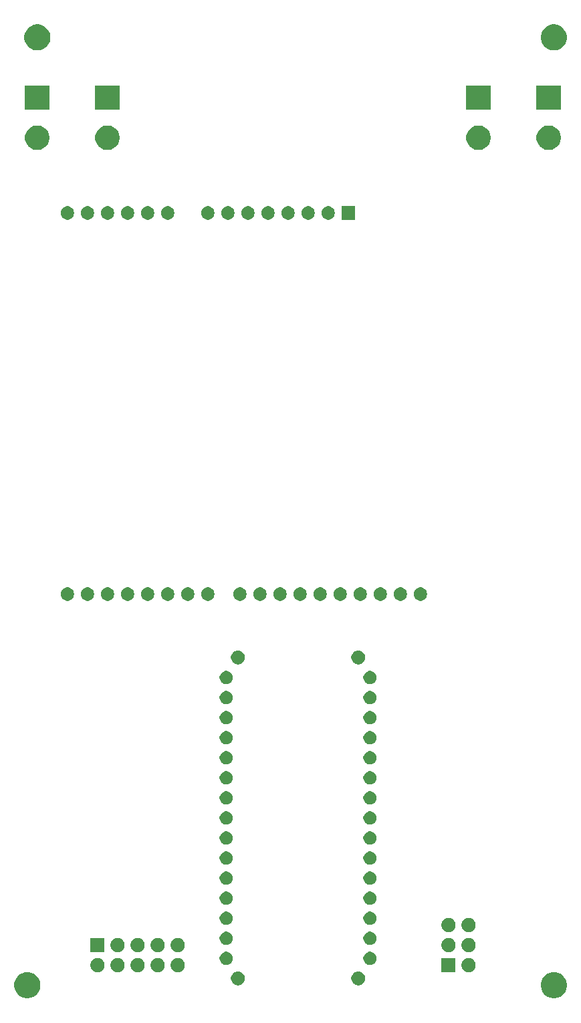
<source format=gbr>
G04 #@! TF.GenerationSoftware,KiCad,Pcbnew,5.1.5+dfsg1-2build2*
G04 #@! TF.CreationDate,2021-11-11T11:20:40+00:00*
G04 #@! TF.ProjectId,PIDController,50494443-6f6e-4747-926f-6c6c65722e6b,rev?*
G04 #@! TF.SameCoordinates,Original*
G04 #@! TF.FileFunction,Soldermask,Bot*
G04 #@! TF.FilePolarity,Negative*
%FSLAX46Y46*%
G04 Gerber Fmt 4.6, Leading zero omitted, Abs format (unit mm)*
G04 Created by KiCad (PCBNEW 5.1.5+dfsg1-2build2) date 2021-11-11 11:20:40*
%MOMM*%
%LPD*%
G04 APERTURE LIST*
%ADD10C,0.100000*%
G04 APERTURE END LIST*
D10*
G36*
X183890256Y-150791298D02*
G01*
X183996579Y-150812447D01*
X184297042Y-150936903D01*
X184567451Y-151117585D01*
X184797415Y-151347549D01*
X184868324Y-151453672D01*
X184978098Y-151617960D01*
X185102553Y-151918422D01*
X185162705Y-152220822D01*
X185166000Y-152237391D01*
X185166000Y-152562609D01*
X185102553Y-152881579D01*
X184978097Y-153182042D01*
X184797415Y-153452451D01*
X184567451Y-153682415D01*
X184297042Y-153863097D01*
X183996579Y-153987553D01*
X183890256Y-154008702D01*
X183677611Y-154051000D01*
X183352389Y-154051000D01*
X183139744Y-154008702D01*
X183033421Y-153987553D01*
X182732958Y-153863097D01*
X182462549Y-153682415D01*
X182232585Y-153452451D01*
X182051903Y-153182042D01*
X181927447Y-152881579D01*
X181864000Y-152562609D01*
X181864000Y-152237391D01*
X181867296Y-152220822D01*
X181927447Y-151918422D01*
X182051902Y-151617960D01*
X182161676Y-151453672D01*
X182232585Y-151347549D01*
X182462549Y-151117585D01*
X182732958Y-150936903D01*
X183033421Y-150812447D01*
X183139744Y-150791298D01*
X183352389Y-150749000D01*
X183677611Y-150749000D01*
X183890256Y-150791298D01*
G37*
G36*
X117215256Y-150791298D02*
G01*
X117321579Y-150812447D01*
X117622042Y-150936903D01*
X117892451Y-151117585D01*
X118122415Y-151347549D01*
X118193324Y-151453672D01*
X118303098Y-151617960D01*
X118427553Y-151918422D01*
X118487705Y-152220822D01*
X118491000Y-152237391D01*
X118491000Y-152562609D01*
X118427553Y-152881579D01*
X118303097Y-153182042D01*
X118122415Y-153452451D01*
X117892451Y-153682415D01*
X117622042Y-153863097D01*
X117321579Y-153987553D01*
X117215256Y-154008702D01*
X117002611Y-154051000D01*
X116677389Y-154051000D01*
X116464744Y-154008702D01*
X116358421Y-153987553D01*
X116057958Y-153863097D01*
X115787549Y-153682415D01*
X115557585Y-153452451D01*
X115376903Y-153182042D01*
X115252447Y-152881579D01*
X115189000Y-152562609D01*
X115189000Y-152237391D01*
X115192296Y-152220822D01*
X115252447Y-151918422D01*
X115376902Y-151617960D01*
X115486676Y-151453672D01*
X115557585Y-151347549D01*
X115787549Y-151117585D01*
X116057958Y-150936903D01*
X116358421Y-150812447D01*
X116464744Y-150791298D01*
X116677389Y-150749000D01*
X117002611Y-150749000D01*
X117215256Y-150791298D01*
G37*
G36*
X143680997Y-150680342D02*
G01*
X143765666Y-150697183D01*
X143831738Y-150724551D01*
X143925177Y-150763255D01*
X144068736Y-150859178D01*
X144190822Y-150981264D01*
X144286745Y-151124823D01*
X144352817Y-151284335D01*
X144386500Y-151453671D01*
X144386500Y-151626329D01*
X144352817Y-151795665D01*
X144286745Y-151955177D01*
X144190822Y-152098736D01*
X144068736Y-152220822D01*
X143925177Y-152316745D01*
X143831738Y-152355449D01*
X143765666Y-152382817D01*
X143680997Y-152399658D01*
X143596329Y-152416500D01*
X143423671Y-152416500D01*
X143339003Y-152399658D01*
X143254334Y-152382817D01*
X143188262Y-152355449D01*
X143094823Y-152316745D01*
X142951264Y-152220822D01*
X142829178Y-152098736D01*
X142733255Y-151955177D01*
X142667183Y-151795665D01*
X142633500Y-151626329D01*
X142633500Y-151453671D01*
X142667183Y-151284335D01*
X142733255Y-151124823D01*
X142829178Y-150981264D01*
X142951264Y-150859178D01*
X143094823Y-150763255D01*
X143188262Y-150724551D01*
X143254334Y-150697183D01*
X143339003Y-150680342D01*
X143423671Y-150663500D01*
X143596329Y-150663500D01*
X143680997Y-150680342D01*
G37*
G36*
X158920997Y-150680342D02*
G01*
X159005666Y-150697183D01*
X159071738Y-150724551D01*
X159165177Y-150763255D01*
X159308736Y-150859178D01*
X159430822Y-150981264D01*
X159526745Y-151124823D01*
X159592817Y-151284335D01*
X159626500Y-151453671D01*
X159626500Y-151626329D01*
X159592817Y-151795665D01*
X159526745Y-151955177D01*
X159430822Y-152098736D01*
X159308736Y-152220822D01*
X159165177Y-152316745D01*
X159071738Y-152355449D01*
X159005666Y-152382817D01*
X158920997Y-152399658D01*
X158836329Y-152416500D01*
X158663671Y-152416500D01*
X158579003Y-152399658D01*
X158494334Y-152382817D01*
X158428262Y-152355449D01*
X158334823Y-152316745D01*
X158191264Y-152220822D01*
X158069178Y-152098736D01*
X157973255Y-151955177D01*
X157907183Y-151795665D01*
X157873500Y-151626329D01*
X157873500Y-151453671D01*
X157907183Y-151284335D01*
X157973255Y-151124823D01*
X158069178Y-150981264D01*
X158191264Y-150859178D01*
X158334823Y-150763255D01*
X158428262Y-150724551D01*
X158494334Y-150697183D01*
X158579003Y-150680342D01*
X158663671Y-150663500D01*
X158836329Y-150663500D01*
X158920997Y-150680342D01*
G37*
G36*
X125843512Y-148963927D02*
G01*
X125992812Y-148993624D01*
X126156784Y-149061544D01*
X126304354Y-149160147D01*
X126429853Y-149285646D01*
X126528456Y-149433216D01*
X126596376Y-149597188D01*
X126631000Y-149771259D01*
X126631000Y-149948741D01*
X126596376Y-150122812D01*
X126528456Y-150286784D01*
X126429853Y-150434354D01*
X126304354Y-150559853D01*
X126156784Y-150658456D01*
X125992812Y-150726376D01*
X125843512Y-150756073D01*
X125818742Y-150761000D01*
X125641258Y-150761000D01*
X125616488Y-150756073D01*
X125467188Y-150726376D01*
X125303216Y-150658456D01*
X125155646Y-150559853D01*
X125030147Y-150434354D01*
X124931544Y-150286784D01*
X124863624Y-150122812D01*
X124829000Y-149948741D01*
X124829000Y-149771259D01*
X124863624Y-149597188D01*
X124931544Y-149433216D01*
X125030147Y-149285646D01*
X125155646Y-149160147D01*
X125303216Y-149061544D01*
X125467188Y-148993624D01*
X125616488Y-148963927D01*
X125641258Y-148959000D01*
X125818742Y-148959000D01*
X125843512Y-148963927D01*
G37*
G36*
X128383512Y-148963927D02*
G01*
X128532812Y-148993624D01*
X128696784Y-149061544D01*
X128844354Y-149160147D01*
X128969853Y-149285646D01*
X129068456Y-149433216D01*
X129136376Y-149597188D01*
X129171000Y-149771259D01*
X129171000Y-149948741D01*
X129136376Y-150122812D01*
X129068456Y-150286784D01*
X128969853Y-150434354D01*
X128844354Y-150559853D01*
X128696784Y-150658456D01*
X128532812Y-150726376D01*
X128383512Y-150756073D01*
X128358742Y-150761000D01*
X128181258Y-150761000D01*
X128156488Y-150756073D01*
X128007188Y-150726376D01*
X127843216Y-150658456D01*
X127695646Y-150559853D01*
X127570147Y-150434354D01*
X127471544Y-150286784D01*
X127403624Y-150122812D01*
X127369000Y-149948741D01*
X127369000Y-149771259D01*
X127403624Y-149597188D01*
X127471544Y-149433216D01*
X127570147Y-149285646D01*
X127695646Y-149160147D01*
X127843216Y-149061544D01*
X128007188Y-148993624D01*
X128156488Y-148963927D01*
X128181258Y-148959000D01*
X128358742Y-148959000D01*
X128383512Y-148963927D01*
G37*
G36*
X130923512Y-148963927D02*
G01*
X131072812Y-148993624D01*
X131236784Y-149061544D01*
X131384354Y-149160147D01*
X131509853Y-149285646D01*
X131608456Y-149433216D01*
X131676376Y-149597188D01*
X131711000Y-149771259D01*
X131711000Y-149948741D01*
X131676376Y-150122812D01*
X131608456Y-150286784D01*
X131509853Y-150434354D01*
X131384354Y-150559853D01*
X131236784Y-150658456D01*
X131072812Y-150726376D01*
X130923512Y-150756073D01*
X130898742Y-150761000D01*
X130721258Y-150761000D01*
X130696488Y-150756073D01*
X130547188Y-150726376D01*
X130383216Y-150658456D01*
X130235646Y-150559853D01*
X130110147Y-150434354D01*
X130011544Y-150286784D01*
X129943624Y-150122812D01*
X129909000Y-149948741D01*
X129909000Y-149771259D01*
X129943624Y-149597188D01*
X130011544Y-149433216D01*
X130110147Y-149285646D01*
X130235646Y-149160147D01*
X130383216Y-149061544D01*
X130547188Y-148993624D01*
X130696488Y-148963927D01*
X130721258Y-148959000D01*
X130898742Y-148959000D01*
X130923512Y-148963927D01*
G37*
G36*
X133463512Y-148963927D02*
G01*
X133612812Y-148993624D01*
X133776784Y-149061544D01*
X133924354Y-149160147D01*
X134049853Y-149285646D01*
X134148456Y-149433216D01*
X134216376Y-149597188D01*
X134251000Y-149771259D01*
X134251000Y-149948741D01*
X134216376Y-150122812D01*
X134148456Y-150286784D01*
X134049853Y-150434354D01*
X133924354Y-150559853D01*
X133776784Y-150658456D01*
X133612812Y-150726376D01*
X133463512Y-150756073D01*
X133438742Y-150761000D01*
X133261258Y-150761000D01*
X133236488Y-150756073D01*
X133087188Y-150726376D01*
X132923216Y-150658456D01*
X132775646Y-150559853D01*
X132650147Y-150434354D01*
X132551544Y-150286784D01*
X132483624Y-150122812D01*
X132449000Y-149948741D01*
X132449000Y-149771259D01*
X132483624Y-149597188D01*
X132551544Y-149433216D01*
X132650147Y-149285646D01*
X132775646Y-149160147D01*
X132923216Y-149061544D01*
X133087188Y-148993624D01*
X133236488Y-148963927D01*
X133261258Y-148959000D01*
X133438742Y-148959000D01*
X133463512Y-148963927D01*
G37*
G36*
X136003512Y-148963927D02*
G01*
X136152812Y-148993624D01*
X136316784Y-149061544D01*
X136464354Y-149160147D01*
X136589853Y-149285646D01*
X136688456Y-149433216D01*
X136756376Y-149597188D01*
X136791000Y-149771259D01*
X136791000Y-149948741D01*
X136756376Y-150122812D01*
X136688456Y-150286784D01*
X136589853Y-150434354D01*
X136464354Y-150559853D01*
X136316784Y-150658456D01*
X136152812Y-150726376D01*
X136003512Y-150756073D01*
X135978742Y-150761000D01*
X135801258Y-150761000D01*
X135776488Y-150756073D01*
X135627188Y-150726376D01*
X135463216Y-150658456D01*
X135315646Y-150559853D01*
X135190147Y-150434354D01*
X135091544Y-150286784D01*
X135023624Y-150122812D01*
X134989000Y-149948741D01*
X134989000Y-149771259D01*
X135023624Y-149597188D01*
X135091544Y-149433216D01*
X135190147Y-149285646D01*
X135315646Y-149160147D01*
X135463216Y-149061544D01*
X135627188Y-148993624D01*
X135776488Y-148963927D01*
X135801258Y-148959000D01*
X135978742Y-148959000D01*
X136003512Y-148963927D01*
G37*
G36*
X171081000Y-150761000D02*
G01*
X169279000Y-150761000D01*
X169279000Y-148959000D01*
X171081000Y-148959000D01*
X171081000Y-150761000D01*
G37*
G36*
X172833512Y-148963927D02*
G01*
X172982812Y-148993624D01*
X173146784Y-149061544D01*
X173294354Y-149160147D01*
X173419853Y-149285646D01*
X173518456Y-149433216D01*
X173586376Y-149597188D01*
X173621000Y-149771259D01*
X173621000Y-149948741D01*
X173586376Y-150122812D01*
X173518456Y-150286784D01*
X173419853Y-150434354D01*
X173294354Y-150559853D01*
X173146784Y-150658456D01*
X172982812Y-150726376D01*
X172833512Y-150756073D01*
X172808742Y-150761000D01*
X172631258Y-150761000D01*
X172606488Y-150756073D01*
X172457188Y-150726376D01*
X172293216Y-150658456D01*
X172145646Y-150559853D01*
X172020147Y-150434354D01*
X171921544Y-150286784D01*
X171853624Y-150122812D01*
X171819000Y-149948741D01*
X171819000Y-149771259D01*
X171853624Y-149597188D01*
X171921544Y-149433216D01*
X172020147Y-149285646D01*
X172145646Y-149160147D01*
X172293216Y-149061544D01*
X172457188Y-148993624D01*
X172606488Y-148963927D01*
X172631258Y-148959000D01*
X172808742Y-148959000D01*
X172833512Y-148963927D01*
G37*
G36*
X160472394Y-148200934D02*
G01*
X160623624Y-148263576D01*
X160623626Y-148263577D01*
X160759732Y-148354520D01*
X160875480Y-148470268D01*
X160966423Y-148606374D01*
X160966424Y-148606376D01*
X161029066Y-148757606D01*
X161061000Y-148918152D01*
X161061000Y-149081848D01*
X161029066Y-149242394D01*
X160966424Y-149393624D01*
X160966423Y-149393626D01*
X160875480Y-149529732D01*
X160759732Y-149645480D01*
X160623626Y-149736423D01*
X160623625Y-149736424D01*
X160623624Y-149736424D01*
X160472394Y-149799066D01*
X160311848Y-149831000D01*
X160148152Y-149831000D01*
X159987606Y-149799066D01*
X159836376Y-149736424D01*
X159836375Y-149736424D01*
X159836374Y-149736423D01*
X159700268Y-149645480D01*
X159584520Y-149529732D01*
X159493577Y-149393626D01*
X159493576Y-149393624D01*
X159430934Y-149242394D01*
X159399000Y-149081848D01*
X159399000Y-148918152D01*
X159430934Y-148757606D01*
X159493576Y-148606376D01*
X159493577Y-148606374D01*
X159584520Y-148470268D01*
X159700268Y-148354520D01*
X159836374Y-148263577D01*
X159836376Y-148263576D01*
X159987606Y-148200934D01*
X160148152Y-148169000D01*
X160311848Y-148169000D01*
X160472394Y-148200934D01*
G37*
G36*
X142272394Y-148200934D02*
G01*
X142423624Y-148263576D01*
X142423626Y-148263577D01*
X142559732Y-148354520D01*
X142675480Y-148470268D01*
X142766423Y-148606374D01*
X142766424Y-148606376D01*
X142829066Y-148757606D01*
X142861000Y-148918152D01*
X142861000Y-149081848D01*
X142829066Y-149242394D01*
X142766424Y-149393624D01*
X142766423Y-149393626D01*
X142675480Y-149529732D01*
X142559732Y-149645480D01*
X142423626Y-149736423D01*
X142423625Y-149736424D01*
X142423624Y-149736424D01*
X142272394Y-149799066D01*
X142111848Y-149831000D01*
X141948152Y-149831000D01*
X141787606Y-149799066D01*
X141636376Y-149736424D01*
X141636375Y-149736424D01*
X141636374Y-149736423D01*
X141500268Y-149645480D01*
X141384520Y-149529732D01*
X141293577Y-149393626D01*
X141293576Y-149393624D01*
X141230934Y-149242394D01*
X141199000Y-149081848D01*
X141199000Y-148918152D01*
X141230934Y-148757606D01*
X141293576Y-148606376D01*
X141293577Y-148606374D01*
X141384520Y-148470268D01*
X141500268Y-148354520D01*
X141636374Y-148263577D01*
X141636376Y-148263576D01*
X141787606Y-148200934D01*
X141948152Y-148169000D01*
X142111848Y-148169000D01*
X142272394Y-148200934D01*
G37*
G36*
X126631000Y-148221000D02*
G01*
X124829000Y-148221000D01*
X124829000Y-146419000D01*
X126631000Y-146419000D01*
X126631000Y-148221000D01*
G37*
G36*
X170293512Y-146423927D02*
G01*
X170442812Y-146453624D01*
X170606784Y-146521544D01*
X170754354Y-146620147D01*
X170879853Y-146745646D01*
X170978456Y-146893216D01*
X171046376Y-147057188D01*
X171081000Y-147231259D01*
X171081000Y-147408741D01*
X171046376Y-147582812D01*
X170978456Y-147746784D01*
X170879853Y-147894354D01*
X170754354Y-148019853D01*
X170606784Y-148118456D01*
X170442812Y-148186376D01*
X170293512Y-148216073D01*
X170268742Y-148221000D01*
X170091258Y-148221000D01*
X170066488Y-148216073D01*
X169917188Y-148186376D01*
X169753216Y-148118456D01*
X169605646Y-148019853D01*
X169480147Y-147894354D01*
X169381544Y-147746784D01*
X169313624Y-147582812D01*
X169279000Y-147408741D01*
X169279000Y-147231259D01*
X169313624Y-147057188D01*
X169381544Y-146893216D01*
X169480147Y-146745646D01*
X169605646Y-146620147D01*
X169753216Y-146521544D01*
X169917188Y-146453624D01*
X170066488Y-146423927D01*
X170091258Y-146419000D01*
X170268742Y-146419000D01*
X170293512Y-146423927D01*
G37*
G36*
X172833512Y-146423927D02*
G01*
X172982812Y-146453624D01*
X173146784Y-146521544D01*
X173294354Y-146620147D01*
X173419853Y-146745646D01*
X173518456Y-146893216D01*
X173586376Y-147057188D01*
X173621000Y-147231259D01*
X173621000Y-147408741D01*
X173586376Y-147582812D01*
X173518456Y-147746784D01*
X173419853Y-147894354D01*
X173294354Y-148019853D01*
X173146784Y-148118456D01*
X172982812Y-148186376D01*
X172833512Y-148216073D01*
X172808742Y-148221000D01*
X172631258Y-148221000D01*
X172606488Y-148216073D01*
X172457188Y-148186376D01*
X172293216Y-148118456D01*
X172145646Y-148019853D01*
X172020147Y-147894354D01*
X171921544Y-147746784D01*
X171853624Y-147582812D01*
X171819000Y-147408741D01*
X171819000Y-147231259D01*
X171853624Y-147057188D01*
X171921544Y-146893216D01*
X172020147Y-146745646D01*
X172145646Y-146620147D01*
X172293216Y-146521544D01*
X172457188Y-146453624D01*
X172606488Y-146423927D01*
X172631258Y-146419000D01*
X172808742Y-146419000D01*
X172833512Y-146423927D01*
G37*
G36*
X136003512Y-146423927D02*
G01*
X136152812Y-146453624D01*
X136316784Y-146521544D01*
X136464354Y-146620147D01*
X136589853Y-146745646D01*
X136688456Y-146893216D01*
X136756376Y-147057188D01*
X136791000Y-147231259D01*
X136791000Y-147408741D01*
X136756376Y-147582812D01*
X136688456Y-147746784D01*
X136589853Y-147894354D01*
X136464354Y-148019853D01*
X136316784Y-148118456D01*
X136152812Y-148186376D01*
X136003512Y-148216073D01*
X135978742Y-148221000D01*
X135801258Y-148221000D01*
X135776488Y-148216073D01*
X135627188Y-148186376D01*
X135463216Y-148118456D01*
X135315646Y-148019853D01*
X135190147Y-147894354D01*
X135091544Y-147746784D01*
X135023624Y-147582812D01*
X134989000Y-147408741D01*
X134989000Y-147231259D01*
X135023624Y-147057188D01*
X135091544Y-146893216D01*
X135190147Y-146745646D01*
X135315646Y-146620147D01*
X135463216Y-146521544D01*
X135627188Y-146453624D01*
X135776488Y-146423927D01*
X135801258Y-146419000D01*
X135978742Y-146419000D01*
X136003512Y-146423927D01*
G37*
G36*
X133463512Y-146423927D02*
G01*
X133612812Y-146453624D01*
X133776784Y-146521544D01*
X133924354Y-146620147D01*
X134049853Y-146745646D01*
X134148456Y-146893216D01*
X134216376Y-147057188D01*
X134251000Y-147231259D01*
X134251000Y-147408741D01*
X134216376Y-147582812D01*
X134148456Y-147746784D01*
X134049853Y-147894354D01*
X133924354Y-148019853D01*
X133776784Y-148118456D01*
X133612812Y-148186376D01*
X133463512Y-148216073D01*
X133438742Y-148221000D01*
X133261258Y-148221000D01*
X133236488Y-148216073D01*
X133087188Y-148186376D01*
X132923216Y-148118456D01*
X132775646Y-148019853D01*
X132650147Y-147894354D01*
X132551544Y-147746784D01*
X132483624Y-147582812D01*
X132449000Y-147408741D01*
X132449000Y-147231259D01*
X132483624Y-147057188D01*
X132551544Y-146893216D01*
X132650147Y-146745646D01*
X132775646Y-146620147D01*
X132923216Y-146521544D01*
X133087188Y-146453624D01*
X133236488Y-146423927D01*
X133261258Y-146419000D01*
X133438742Y-146419000D01*
X133463512Y-146423927D01*
G37*
G36*
X128383512Y-146423927D02*
G01*
X128532812Y-146453624D01*
X128696784Y-146521544D01*
X128844354Y-146620147D01*
X128969853Y-146745646D01*
X129068456Y-146893216D01*
X129136376Y-147057188D01*
X129171000Y-147231259D01*
X129171000Y-147408741D01*
X129136376Y-147582812D01*
X129068456Y-147746784D01*
X128969853Y-147894354D01*
X128844354Y-148019853D01*
X128696784Y-148118456D01*
X128532812Y-148186376D01*
X128383512Y-148216073D01*
X128358742Y-148221000D01*
X128181258Y-148221000D01*
X128156488Y-148216073D01*
X128007188Y-148186376D01*
X127843216Y-148118456D01*
X127695646Y-148019853D01*
X127570147Y-147894354D01*
X127471544Y-147746784D01*
X127403624Y-147582812D01*
X127369000Y-147408741D01*
X127369000Y-147231259D01*
X127403624Y-147057188D01*
X127471544Y-146893216D01*
X127570147Y-146745646D01*
X127695646Y-146620147D01*
X127843216Y-146521544D01*
X128007188Y-146453624D01*
X128156488Y-146423927D01*
X128181258Y-146419000D01*
X128358742Y-146419000D01*
X128383512Y-146423927D01*
G37*
G36*
X130923512Y-146423927D02*
G01*
X131072812Y-146453624D01*
X131236784Y-146521544D01*
X131384354Y-146620147D01*
X131509853Y-146745646D01*
X131608456Y-146893216D01*
X131676376Y-147057188D01*
X131711000Y-147231259D01*
X131711000Y-147408741D01*
X131676376Y-147582812D01*
X131608456Y-147746784D01*
X131509853Y-147894354D01*
X131384354Y-148019853D01*
X131236784Y-148118456D01*
X131072812Y-148186376D01*
X130923512Y-148216073D01*
X130898742Y-148221000D01*
X130721258Y-148221000D01*
X130696488Y-148216073D01*
X130547188Y-148186376D01*
X130383216Y-148118456D01*
X130235646Y-148019853D01*
X130110147Y-147894354D01*
X130011544Y-147746784D01*
X129943624Y-147582812D01*
X129909000Y-147408741D01*
X129909000Y-147231259D01*
X129943624Y-147057188D01*
X130011544Y-146893216D01*
X130110147Y-146745646D01*
X130235646Y-146620147D01*
X130383216Y-146521544D01*
X130547188Y-146453624D01*
X130696488Y-146423927D01*
X130721258Y-146419000D01*
X130898742Y-146419000D01*
X130923512Y-146423927D01*
G37*
G36*
X142272394Y-145660934D02*
G01*
X142423624Y-145723576D01*
X142423626Y-145723577D01*
X142559732Y-145814520D01*
X142675480Y-145930268D01*
X142766423Y-146066374D01*
X142766424Y-146066376D01*
X142829066Y-146217606D01*
X142861000Y-146378152D01*
X142861000Y-146541848D01*
X142829066Y-146702394D01*
X142766424Y-146853624D01*
X142766423Y-146853626D01*
X142675480Y-146989732D01*
X142559732Y-147105480D01*
X142423626Y-147196423D01*
X142423625Y-147196424D01*
X142423624Y-147196424D01*
X142272394Y-147259066D01*
X142111848Y-147291000D01*
X141948152Y-147291000D01*
X141787606Y-147259066D01*
X141636376Y-147196424D01*
X141636375Y-147196424D01*
X141636374Y-147196423D01*
X141500268Y-147105480D01*
X141384520Y-146989732D01*
X141293577Y-146853626D01*
X141293576Y-146853624D01*
X141230934Y-146702394D01*
X141199000Y-146541848D01*
X141199000Y-146378152D01*
X141230934Y-146217606D01*
X141293576Y-146066376D01*
X141293577Y-146066374D01*
X141384520Y-145930268D01*
X141500268Y-145814520D01*
X141636374Y-145723577D01*
X141636376Y-145723576D01*
X141787606Y-145660934D01*
X141948152Y-145629000D01*
X142111848Y-145629000D01*
X142272394Y-145660934D01*
G37*
G36*
X160472394Y-145660934D02*
G01*
X160623624Y-145723576D01*
X160623626Y-145723577D01*
X160759732Y-145814520D01*
X160875480Y-145930268D01*
X160966423Y-146066374D01*
X160966424Y-146066376D01*
X161029066Y-146217606D01*
X161061000Y-146378152D01*
X161061000Y-146541848D01*
X161029066Y-146702394D01*
X160966424Y-146853624D01*
X160966423Y-146853626D01*
X160875480Y-146989732D01*
X160759732Y-147105480D01*
X160623626Y-147196423D01*
X160623625Y-147196424D01*
X160623624Y-147196424D01*
X160472394Y-147259066D01*
X160311848Y-147291000D01*
X160148152Y-147291000D01*
X159987606Y-147259066D01*
X159836376Y-147196424D01*
X159836375Y-147196424D01*
X159836374Y-147196423D01*
X159700268Y-147105480D01*
X159584520Y-146989732D01*
X159493577Y-146853626D01*
X159493576Y-146853624D01*
X159430934Y-146702394D01*
X159399000Y-146541848D01*
X159399000Y-146378152D01*
X159430934Y-146217606D01*
X159493576Y-146066376D01*
X159493577Y-146066374D01*
X159584520Y-145930268D01*
X159700268Y-145814520D01*
X159836374Y-145723577D01*
X159836376Y-145723576D01*
X159987606Y-145660934D01*
X160148152Y-145629000D01*
X160311848Y-145629000D01*
X160472394Y-145660934D01*
G37*
G36*
X170293512Y-143883927D02*
G01*
X170442812Y-143913624D01*
X170606784Y-143981544D01*
X170754354Y-144080147D01*
X170879853Y-144205646D01*
X170978456Y-144353216D01*
X171046376Y-144517188D01*
X171081000Y-144691259D01*
X171081000Y-144868741D01*
X171046376Y-145042812D01*
X170978456Y-145206784D01*
X170879853Y-145354354D01*
X170754354Y-145479853D01*
X170606784Y-145578456D01*
X170442812Y-145646376D01*
X170293512Y-145676073D01*
X170268742Y-145681000D01*
X170091258Y-145681000D01*
X170066488Y-145676073D01*
X169917188Y-145646376D01*
X169753216Y-145578456D01*
X169605646Y-145479853D01*
X169480147Y-145354354D01*
X169381544Y-145206784D01*
X169313624Y-145042812D01*
X169279000Y-144868741D01*
X169279000Y-144691259D01*
X169313624Y-144517188D01*
X169381544Y-144353216D01*
X169480147Y-144205646D01*
X169605646Y-144080147D01*
X169753216Y-143981544D01*
X169917188Y-143913624D01*
X170066488Y-143883927D01*
X170091258Y-143879000D01*
X170268742Y-143879000D01*
X170293512Y-143883927D01*
G37*
G36*
X172833512Y-143883927D02*
G01*
X172982812Y-143913624D01*
X173146784Y-143981544D01*
X173294354Y-144080147D01*
X173419853Y-144205646D01*
X173518456Y-144353216D01*
X173586376Y-144517188D01*
X173621000Y-144691259D01*
X173621000Y-144868741D01*
X173586376Y-145042812D01*
X173518456Y-145206784D01*
X173419853Y-145354354D01*
X173294354Y-145479853D01*
X173146784Y-145578456D01*
X172982812Y-145646376D01*
X172833512Y-145676073D01*
X172808742Y-145681000D01*
X172631258Y-145681000D01*
X172606488Y-145676073D01*
X172457188Y-145646376D01*
X172293216Y-145578456D01*
X172145646Y-145479853D01*
X172020147Y-145354354D01*
X171921544Y-145206784D01*
X171853624Y-145042812D01*
X171819000Y-144868741D01*
X171819000Y-144691259D01*
X171853624Y-144517188D01*
X171921544Y-144353216D01*
X172020147Y-144205646D01*
X172145646Y-144080147D01*
X172293216Y-143981544D01*
X172457188Y-143913624D01*
X172606488Y-143883927D01*
X172631258Y-143879000D01*
X172808742Y-143879000D01*
X172833512Y-143883927D01*
G37*
G36*
X142272394Y-143120934D02*
G01*
X142423624Y-143183576D01*
X142423626Y-143183577D01*
X142559732Y-143274520D01*
X142675480Y-143390268D01*
X142766423Y-143526374D01*
X142766424Y-143526376D01*
X142829066Y-143677606D01*
X142861000Y-143838152D01*
X142861000Y-144001848D01*
X142829066Y-144162394D01*
X142766424Y-144313624D01*
X142766423Y-144313626D01*
X142675480Y-144449732D01*
X142559732Y-144565480D01*
X142423626Y-144656423D01*
X142423625Y-144656424D01*
X142423624Y-144656424D01*
X142272394Y-144719066D01*
X142111848Y-144751000D01*
X141948152Y-144751000D01*
X141787606Y-144719066D01*
X141636376Y-144656424D01*
X141636375Y-144656424D01*
X141636374Y-144656423D01*
X141500268Y-144565480D01*
X141384520Y-144449732D01*
X141293577Y-144313626D01*
X141293576Y-144313624D01*
X141230934Y-144162394D01*
X141199000Y-144001848D01*
X141199000Y-143838152D01*
X141230934Y-143677606D01*
X141293576Y-143526376D01*
X141293577Y-143526374D01*
X141384520Y-143390268D01*
X141500268Y-143274520D01*
X141636374Y-143183577D01*
X141636376Y-143183576D01*
X141787606Y-143120934D01*
X141948152Y-143089000D01*
X142111848Y-143089000D01*
X142272394Y-143120934D01*
G37*
G36*
X160472394Y-143120934D02*
G01*
X160623624Y-143183576D01*
X160623626Y-143183577D01*
X160759732Y-143274520D01*
X160875480Y-143390268D01*
X160966423Y-143526374D01*
X160966424Y-143526376D01*
X161029066Y-143677606D01*
X161061000Y-143838152D01*
X161061000Y-144001848D01*
X161029066Y-144162394D01*
X160966424Y-144313624D01*
X160966423Y-144313626D01*
X160875480Y-144449732D01*
X160759732Y-144565480D01*
X160623626Y-144656423D01*
X160623625Y-144656424D01*
X160623624Y-144656424D01*
X160472394Y-144719066D01*
X160311848Y-144751000D01*
X160148152Y-144751000D01*
X159987606Y-144719066D01*
X159836376Y-144656424D01*
X159836375Y-144656424D01*
X159836374Y-144656423D01*
X159700268Y-144565480D01*
X159584520Y-144449732D01*
X159493577Y-144313626D01*
X159493576Y-144313624D01*
X159430934Y-144162394D01*
X159399000Y-144001848D01*
X159399000Y-143838152D01*
X159430934Y-143677606D01*
X159493576Y-143526376D01*
X159493577Y-143526374D01*
X159584520Y-143390268D01*
X159700268Y-143274520D01*
X159836374Y-143183577D01*
X159836376Y-143183576D01*
X159987606Y-143120934D01*
X160148152Y-143089000D01*
X160311848Y-143089000D01*
X160472394Y-143120934D01*
G37*
G36*
X160472394Y-140580934D02*
G01*
X160623624Y-140643576D01*
X160623626Y-140643577D01*
X160759732Y-140734520D01*
X160875480Y-140850268D01*
X160966423Y-140986374D01*
X160966424Y-140986376D01*
X161029066Y-141137606D01*
X161061000Y-141298152D01*
X161061000Y-141461848D01*
X161029066Y-141622394D01*
X160966424Y-141773624D01*
X160966423Y-141773626D01*
X160875480Y-141909732D01*
X160759732Y-142025480D01*
X160623626Y-142116423D01*
X160623625Y-142116424D01*
X160623624Y-142116424D01*
X160472394Y-142179066D01*
X160311848Y-142211000D01*
X160148152Y-142211000D01*
X159987606Y-142179066D01*
X159836376Y-142116424D01*
X159836375Y-142116424D01*
X159836374Y-142116423D01*
X159700268Y-142025480D01*
X159584520Y-141909732D01*
X159493577Y-141773626D01*
X159493576Y-141773624D01*
X159430934Y-141622394D01*
X159399000Y-141461848D01*
X159399000Y-141298152D01*
X159430934Y-141137606D01*
X159493576Y-140986376D01*
X159493577Y-140986374D01*
X159584520Y-140850268D01*
X159700268Y-140734520D01*
X159836374Y-140643577D01*
X159836376Y-140643576D01*
X159987606Y-140580934D01*
X160148152Y-140549000D01*
X160311848Y-140549000D01*
X160472394Y-140580934D01*
G37*
G36*
X142272394Y-140580934D02*
G01*
X142423624Y-140643576D01*
X142423626Y-140643577D01*
X142559732Y-140734520D01*
X142675480Y-140850268D01*
X142766423Y-140986374D01*
X142766424Y-140986376D01*
X142829066Y-141137606D01*
X142861000Y-141298152D01*
X142861000Y-141461848D01*
X142829066Y-141622394D01*
X142766424Y-141773624D01*
X142766423Y-141773626D01*
X142675480Y-141909732D01*
X142559732Y-142025480D01*
X142423626Y-142116423D01*
X142423625Y-142116424D01*
X142423624Y-142116424D01*
X142272394Y-142179066D01*
X142111848Y-142211000D01*
X141948152Y-142211000D01*
X141787606Y-142179066D01*
X141636376Y-142116424D01*
X141636375Y-142116424D01*
X141636374Y-142116423D01*
X141500268Y-142025480D01*
X141384520Y-141909732D01*
X141293577Y-141773626D01*
X141293576Y-141773624D01*
X141230934Y-141622394D01*
X141199000Y-141461848D01*
X141199000Y-141298152D01*
X141230934Y-141137606D01*
X141293576Y-140986376D01*
X141293577Y-140986374D01*
X141384520Y-140850268D01*
X141500268Y-140734520D01*
X141636374Y-140643577D01*
X141636376Y-140643576D01*
X141787606Y-140580934D01*
X141948152Y-140549000D01*
X142111848Y-140549000D01*
X142272394Y-140580934D01*
G37*
G36*
X160472394Y-138040934D02*
G01*
X160623624Y-138103576D01*
X160623626Y-138103577D01*
X160759732Y-138194520D01*
X160875480Y-138310268D01*
X160966423Y-138446374D01*
X160966424Y-138446376D01*
X161029066Y-138597606D01*
X161061000Y-138758152D01*
X161061000Y-138921848D01*
X161029066Y-139082394D01*
X160966424Y-139233624D01*
X160966423Y-139233626D01*
X160875480Y-139369732D01*
X160759732Y-139485480D01*
X160623626Y-139576423D01*
X160623625Y-139576424D01*
X160623624Y-139576424D01*
X160472394Y-139639066D01*
X160311848Y-139671000D01*
X160148152Y-139671000D01*
X159987606Y-139639066D01*
X159836376Y-139576424D01*
X159836375Y-139576424D01*
X159836374Y-139576423D01*
X159700268Y-139485480D01*
X159584520Y-139369732D01*
X159493577Y-139233626D01*
X159493576Y-139233624D01*
X159430934Y-139082394D01*
X159399000Y-138921848D01*
X159399000Y-138758152D01*
X159430934Y-138597606D01*
X159493576Y-138446376D01*
X159493577Y-138446374D01*
X159584520Y-138310268D01*
X159700268Y-138194520D01*
X159836374Y-138103577D01*
X159836376Y-138103576D01*
X159987606Y-138040934D01*
X160148152Y-138009000D01*
X160311848Y-138009000D01*
X160472394Y-138040934D01*
G37*
G36*
X142272394Y-138040934D02*
G01*
X142423624Y-138103576D01*
X142423626Y-138103577D01*
X142559732Y-138194520D01*
X142675480Y-138310268D01*
X142766423Y-138446374D01*
X142766424Y-138446376D01*
X142829066Y-138597606D01*
X142861000Y-138758152D01*
X142861000Y-138921848D01*
X142829066Y-139082394D01*
X142766424Y-139233624D01*
X142766423Y-139233626D01*
X142675480Y-139369732D01*
X142559732Y-139485480D01*
X142423626Y-139576423D01*
X142423625Y-139576424D01*
X142423624Y-139576424D01*
X142272394Y-139639066D01*
X142111848Y-139671000D01*
X141948152Y-139671000D01*
X141787606Y-139639066D01*
X141636376Y-139576424D01*
X141636375Y-139576424D01*
X141636374Y-139576423D01*
X141500268Y-139485480D01*
X141384520Y-139369732D01*
X141293577Y-139233626D01*
X141293576Y-139233624D01*
X141230934Y-139082394D01*
X141199000Y-138921848D01*
X141199000Y-138758152D01*
X141230934Y-138597606D01*
X141293576Y-138446376D01*
X141293577Y-138446374D01*
X141384520Y-138310268D01*
X141500268Y-138194520D01*
X141636374Y-138103577D01*
X141636376Y-138103576D01*
X141787606Y-138040934D01*
X141948152Y-138009000D01*
X142111848Y-138009000D01*
X142272394Y-138040934D01*
G37*
G36*
X160472394Y-135500934D02*
G01*
X160623624Y-135563576D01*
X160623626Y-135563577D01*
X160759732Y-135654520D01*
X160875480Y-135770268D01*
X160966423Y-135906374D01*
X160966424Y-135906376D01*
X161029066Y-136057606D01*
X161061000Y-136218152D01*
X161061000Y-136381848D01*
X161029066Y-136542394D01*
X160966424Y-136693624D01*
X160966423Y-136693626D01*
X160875480Y-136829732D01*
X160759732Y-136945480D01*
X160623626Y-137036423D01*
X160623625Y-137036424D01*
X160623624Y-137036424D01*
X160472394Y-137099066D01*
X160311848Y-137131000D01*
X160148152Y-137131000D01*
X159987606Y-137099066D01*
X159836376Y-137036424D01*
X159836375Y-137036424D01*
X159836374Y-137036423D01*
X159700268Y-136945480D01*
X159584520Y-136829732D01*
X159493577Y-136693626D01*
X159493576Y-136693624D01*
X159430934Y-136542394D01*
X159399000Y-136381848D01*
X159399000Y-136218152D01*
X159430934Y-136057606D01*
X159493576Y-135906376D01*
X159493577Y-135906374D01*
X159584520Y-135770268D01*
X159700268Y-135654520D01*
X159836374Y-135563577D01*
X159836376Y-135563576D01*
X159987606Y-135500934D01*
X160148152Y-135469000D01*
X160311848Y-135469000D01*
X160472394Y-135500934D01*
G37*
G36*
X142272394Y-135500934D02*
G01*
X142423624Y-135563576D01*
X142423626Y-135563577D01*
X142559732Y-135654520D01*
X142675480Y-135770268D01*
X142766423Y-135906374D01*
X142766424Y-135906376D01*
X142829066Y-136057606D01*
X142861000Y-136218152D01*
X142861000Y-136381848D01*
X142829066Y-136542394D01*
X142766424Y-136693624D01*
X142766423Y-136693626D01*
X142675480Y-136829732D01*
X142559732Y-136945480D01*
X142423626Y-137036423D01*
X142423625Y-137036424D01*
X142423624Y-137036424D01*
X142272394Y-137099066D01*
X142111848Y-137131000D01*
X141948152Y-137131000D01*
X141787606Y-137099066D01*
X141636376Y-137036424D01*
X141636375Y-137036424D01*
X141636374Y-137036423D01*
X141500268Y-136945480D01*
X141384520Y-136829732D01*
X141293577Y-136693626D01*
X141293576Y-136693624D01*
X141230934Y-136542394D01*
X141199000Y-136381848D01*
X141199000Y-136218152D01*
X141230934Y-136057606D01*
X141293576Y-135906376D01*
X141293577Y-135906374D01*
X141384520Y-135770268D01*
X141500268Y-135654520D01*
X141636374Y-135563577D01*
X141636376Y-135563576D01*
X141787606Y-135500934D01*
X141948152Y-135469000D01*
X142111848Y-135469000D01*
X142272394Y-135500934D01*
G37*
G36*
X142272394Y-132960934D02*
G01*
X142423624Y-133023576D01*
X142423626Y-133023577D01*
X142559732Y-133114520D01*
X142675480Y-133230268D01*
X142766423Y-133366374D01*
X142766424Y-133366376D01*
X142829066Y-133517606D01*
X142861000Y-133678152D01*
X142861000Y-133841848D01*
X142829066Y-134002394D01*
X142766424Y-134153624D01*
X142766423Y-134153626D01*
X142675480Y-134289732D01*
X142559732Y-134405480D01*
X142423626Y-134496423D01*
X142423625Y-134496424D01*
X142423624Y-134496424D01*
X142272394Y-134559066D01*
X142111848Y-134591000D01*
X141948152Y-134591000D01*
X141787606Y-134559066D01*
X141636376Y-134496424D01*
X141636375Y-134496424D01*
X141636374Y-134496423D01*
X141500268Y-134405480D01*
X141384520Y-134289732D01*
X141293577Y-134153626D01*
X141293576Y-134153624D01*
X141230934Y-134002394D01*
X141199000Y-133841848D01*
X141199000Y-133678152D01*
X141230934Y-133517606D01*
X141293576Y-133366376D01*
X141293577Y-133366374D01*
X141384520Y-133230268D01*
X141500268Y-133114520D01*
X141636374Y-133023577D01*
X141636376Y-133023576D01*
X141787606Y-132960934D01*
X141948152Y-132929000D01*
X142111848Y-132929000D01*
X142272394Y-132960934D01*
G37*
G36*
X160472394Y-132960934D02*
G01*
X160623624Y-133023576D01*
X160623626Y-133023577D01*
X160759732Y-133114520D01*
X160875480Y-133230268D01*
X160966423Y-133366374D01*
X160966424Y-133366376D01*
X161029066Y-133517606D01*
X161061000Y-133678152D01*
X161061000Y-133841848D01*
X161029066Y-134002394D01*
X160966424Y-134153624D01*
X160966423Y-134153626D01*
X160875480Y-134289732D01*
X160759732Y-134405480D01*
X160623626Y-134496423D01*
X160623625Y-134496424D01*
X160623624Y-134496424D01*
X160472394Y-134559066D01*
X160311848Y-134591000D01*
X160148152Y-134591000D01*
X159987606Y-134559066D01*
X159836376Y-134496424D01*
X159836375Y-134496424D01*
X159836374Y-134496423D01*
X159700268Y-134405480D01*
X159584520Y-134289732D01*
X159493577Y-134153626D01*
X159493576Y-134153624D01*
X159430934Y-134002394D01*
X159399000Y-133841848D01*
X159399000Y-133678152D01*
X159430934Y-133517606D01*
X159493576Y-133366376D01*
X159493577Y-133366374D01*
X159584520Y-133230268D01*
X159700268Y-133114520D01*
X159836374Y-133023577D01*
X159836376Y-133023576D01*
X159987606Y-132960934D01*
X160148152Y-132929000D01*
X160311848Y-132929000D01*
X160472394Y-132960934D01*
G37*
G36*
X160472394Y-130420934D02*
G01*
X160623624Y-130483576D01*
X160623626Y-130483577D01*
X160759732Y-130574520D01*
X160875480Y-130690268D01*
X160966423Y-130826374D01*
X160966424Y-130826376D01*
X161029066Y-130977606D01*
X161061000Y-131138152D01*
X161061000Y-131301848D01*
X161029066Y-131462394D01*
X160966424Y-131613624D01*
X160966423Y-131613626D01*
X160875480Y-131749732D01*
X160759732Y-131865480D01*
X160623626Y-131956423D01*
X160623625Y-131956424D01*
X160623624Y-131956424D01*
X160472394Y-132019066D01*
X160311848Y-132051000D01*
X160148152Y-132051000D01*
X159987606Y-132019066D01*
X159836376Y-131956424D01*
X159836375Y-131956424D01*
X159836374Y-131956423D01*
X159700268Y-131865480D01*
X159584520Y-131749732D01*
X159493577Y-131613626D01*
X159493576Y-131613624D01*
X159430934Y-131462394D01*
X159399000Y-131301848D01*
X159399000Y-131138152D01*
X159430934Y-130977606D01*
X159493576Y-130826376D01*
X159493577Y-130826374D01*
X159584520Y-130690268D01*
X159700268Y-130574520D01*
X159836374Y-130483577D01*
X159836376Y-130483576D01*
X159987606Y-130420934D01*
X160148152Y-130389000D01*
X160311848Y-130389000D01*
X160472394Y-130420934D01*
G37*
G36*
X142272394Y-130420934D02*
G01*
X142423624Y-130483576D01*
X142423626Y-130483577D01*
X142559732Y-130574520D01*
X142675480Y-130690268D01*
X142766423Y-130826374D01*
X142766424Y-130826376D01*
X142829066Y-130977606D01*
X142861000Y-131138152D01*
X142861000Y-131301848D01*
X142829066Y-131462394D01*
X142766424Y-131613624D01*
X142766423Y-131613626D01*
X142675480Y-131749732D01*
X142559732Y-131865480D01*
X142423626Y-131956423D01*
X142423625Y-131956424D01*
X142423624Y-131956424D01*
X142272394Y-132019066D01*
X142111848Y-132051000D01*
X141948152Y-132051000D01*
X141787606Y-132019066D01*
X141636376Y-131956424D01*
X141636375Y-131956424D01*
X141636374Y-131956423D01*
X141500268Y-131865480D01*
X141384520Y-131749732D01*
X141293577Y-131613626D01*
X141293576Y-131613624D01*
X141230934Y-131462394D01*
X141199000Y-131301848D01*
X141199000Y-131138152D01*
X141230934Y-130977606D01*
X141293576Y-130826376D01*
X141293577Y-130826374D01*
X141384520Y-130690268D01*
X141500268Y-130574520D01*
X141636374Y-130483577D01*
X141636376Y-130483576D01*
X141787606Y-130420934D01*
X141948152Y-130389000D01*
X142111848Y-130389000D01*
X142272394Y-130420934D01*
G37*
G36*
X142272394Y-127880934D02*
G01*
X142423624Y-127943576D01*
X142423626Y-127943577D01*
X142559732Y-128034520D01*
X142675480Y-128150268D01*
X142766423Y-128286374D01*
X142766424Y-128286376D01*
X142829066Y-128437606D01*
X142861000Y-128598152D01*
X142861000Y-128761848D01*
X142829066Y-128922394D01*
X142766424Y-129073624D01*
X142766423Y-129073626D01*
X142675480Y-129209732D01*
X142559732Y-129325480D01*
X142423626Y-129416423D01*
X142423625Y-129416424D01*
X142423624Y-129416424D01*
X142272394Y-129479066D01*
X142111848Y-129511000D01*
X141948152Y-129511000D01*
X141787606Y-129479066D01*
X141636376Y-129416424D01*
X141636375Y-129416424D01*
X141636374Y-129416423D01*
X141500268Y-129325480D01*
X141384520Y-129209732D01*
X141293577Y-129073626D01*
X141293576Y-129073624D01*
X141230934Y-128922394D01*
X141199000Y-128761848D01*
X141199000Y-128598152D01*
X141230934Y-128437606D01*
X141293576Y-128286376D01*
X141293577Y-128286374D01*
X141384520Y-128150268D01*
X141500268Y-128034520D01*
X141636374Y-127943577D01*
X141636376Y-127943576D01*
X141787606Y-127880934D01*
X141948152Y-127849000D01*
X142111848Y-127849000D01*
X142272394Y-127880934D01*
G37*
G36*
X160472394Y-127880934D02*
G01*
X160623624Y-127943576D01*
X160623626Y-127943577D01*
X160759732Y-128034520D01*
X160875480Y-128150268D01*
X160966423Y-128286374D01*
X160966424Y-128286376D01*
X161029066Y-128437606D01*
X161061000Y-128598152D01*
X161061000Y-128761848D01*
X161029066Y-128922394D01*
X160966424Y-129073624D01*
X160966423Y-129073626D01*
X160875480Y-129209732D01*
X160759732Y-129325480D01*
X160623626Y-129416423D01*
X160623625Y-129416424D01*
X160623624Y-129416424D01*
X160472394Y-129479066D01*
X160311848Y-129511000D01*
X160148152Y-129511000D01*
X159987606Y-129479066D01*
X159836376Y-129416424D01*
X159836375Y-129416424D01*
X159836374Y-129416423D01*
X159700268Y-129325480D01*
X159584520Y-129209732D01*
X159493577Y-129073626D01*
X159493576Y-129073624D01*
X159430934Y-128922394D01*
X159399000Y-128761848D01*
X159399000Y-128598152D01*
X159430934Y-128437606D01*
X159493576Y-128286376D01*
X159493577Y-128286374D01*
X159584520Y-128150268D01*
X159700268Y-128034520D01*
X159836374Y-127943577D01*
X159836376Y-127943576D01*
X159987606Y-127880934D01*
X160148152Y-127849000D01*
X160311848Y-127849000D01*
X160472394Y-127880934D01*
G37*
G36*
X160472394Y-125340934D02*
G01*
X160623624Y-125403576D01*
X160623626Y-125403577D01*
X160759732Y-125494520D01*
X160875480Y-125610268D01*
X160966423Y-125746374D01*
X160966424Y-125746376D01*
X161029066Y-125897606D01*
X161061000Y-126058152D01*
X161061000Y-126221848D01*
X161029066Y-126382394D01*
X160966424Y-126533624D01*
X160966423Y-126533626D01*
X160875480Y-126669732D01*
X160759732Y-126785480D01*
X160623626Y-126876423D01*
X160623625Y-126876424D01*
X160623624Y-126876424D01*
X160472394Y-126939066D01*
X160311848Y-126971000D01*
X160148152Y-126971000D01*
X159987606Y-126939066D01*
X159836376Y-126876424D01*
X159836375Y-126876424D01*
X159836374Y-126876423D01*
X159700268Y-126785480D01*
X159584520Y-126669732D01*
X159493577Y-126533626D01*
X159493576Y-126533624D01*
X159430934Y-126382394D01*
X159399000Y-126221848D01*
X159399000Y-126058152D01*
X159430934Y-125897606D01*
X159493576Y-125746376D01*
X159493577Y-125746374D01*
X159584520Y-125610268D01*
X159700268Y-125494520D01*
X159836374Y-125403577D01*
X159836376Y-125403576D01*
X159987606Y-125340934D01*
X160148152Y-125309000D01*
X160311848Y-125309000D01*
X160472394Y-125340934D01*
G37*
G36*
X142272394Y-125340934D02*
G01*
X142423624Y-125403576D01*
X142423626Y-125403577D01*
X142559732Y-125494520D01*
X142675480Y-125610268D01*
X142766423Y-125746374D01*
X142766424Y-125746376D01*
X142829066Y-125897606D01*
X142861000Y-126058152D01*
X142861000Y-126221848D01*
X142829066Y-126382394D01*
X142766424Y-126533624D01*
X142766423Y-126533626D01*
X142675480Y-126669732D01*
X142559732Y-126785480D01*
X142423626Y-126876423D01*
X142423625Y-126876424D01*
X142423624Y-126876424D01*
X142272394Y-126939066D01*
X142111848Y-126971000D01*
X141948152Y-126971000D01*
X141787606Y-126939066D01*
X141636376Y-126876424D01*
X141636375Y-126876424D01*
X141636374Y-126876423D01*
X141500268Y-126785480D01*
X141384520Y-126669732D01*
X141293577Y-126533626D01*
X141293576Y-126533624D01*
X141230934Y-126382394D01*
X141199000Y-126221848D01*
X141199000Y-126058152D01*
X141230934Y-125897606D01*
X141293576Y-125746376D01*
X141293577Y-125746374D01*
X141384520Y-125610268D01*
X141500268Y-125494520D01*
X141636374Y-125403577D01*
X141636376Y-125403576D01*
X141787606Y-125340934D01*
X141948152Y-125309000D01*
X142111848Y-125309000D01*
X142272394Y-125340934D01*
G37*
G36*
X160472394Y-122800934D02*
G01*
X160623624Y-122863576D01*
X160623626Y-122863577D01*
X160759732Y-122954520D01*
X160875480Y-123070268D01*
X160966423Y-123206374D01*
X160966424Y-123206376D01*
X161029066Y-123357606D01*
X161061000Y-123518152D01*
X161061000Y-123681848D01*
X161029066Y-123842394D01*
X160966424Y-123993624D01*
X160966423Y-123993626D01*
X160875480Y-124129732D01*
X160759732Y-124245480D01*
X160623626Y-124336423D01*
X160623625Y-124336424D01*
X160623624Y-124336424D01*
X160472394Y-124399066D01*
X160311848Y-124431000D01*
X160148152Y-124431000D01*
X159987606Y-124399066D01*
X159836376Y-124336424D01*
X159836375Y-124336424D01*
X159836374Y-124336423D01*
X159700268Y-124245480D01*
X159584520Y-124129732D01*
X159493577Y-123993626D01*
X159493576Y-123993624D01*
X159430934Y-123842394D01*
X159399000Y-123681848D01*
X159399000Y-123518152D01*
X159430934Y-123357606D01*
X159493576Y-123206376D01*
X159493577Y-123206374D01*
X159584520Y-123070268D01*
X159700268Y-122954520D01*
X159836374Y-122863577D01*
X159836376Y-122863576D01*
X159987606Y-122800934D01*
X160148152Y-122769000D01*
X160311848Y-122769000D01*
X160472394Y-122800934D01*
G37*
G36*
X142272394Y-122800934D02*
G01*
X142423624Y-122863576D01*
X142423626Y-122863577D01*
X142559732Y-122954520D01*
X142675480Y-123070268D01*
X142766423Y-123206374D01*
X142766424Y-123206376D01*
X142829066Y-123357606D01*
X142861000Y-123518152D01*
X142861000Y-123681848D01*
X142829066Y-123842394D01*
X142766424Y-123993624D01*
X142766423Y-123993626D01*
X142675480Y-124129732D01*
X142559732Y-124245480D01*
X142423626Y-124336423D01*
X142423625Y-124336424D01*
X142423624Y-124336424D01*
X142272394Y-124399066D01*
X142111848Y-124431000D01*
X141948152Y-124431000D01*
X141787606Y-124399066D01*
X141636376Y-124336424D01*
X141636375Y-124336424D01*
X141636374Y-124336423D01*
X141500268Y-124245480D01*
X141384520Y-124129732D01*
X141293577Y-123993626D01*
X141293576Y-123993624D01*
X141230934Y-123842394D01*
X141199000Y-123681848D01*
X141199000Y-123518152D01*
X141230934Y-123357606D01*
X141293576Y-123206376D01*
X141293577Y-123206374D01*
X141384520Y-123070268D01*
X141500268Y-122954520D01*
X141636374Y-122863577D01*
X141636376Y-122863576D01*
X141787606Y-122800934D01*
X141948152Y-122769000D01*
X142111848Y-122769000D01*
X142272394Y-122800934D01*
G37*
G36*
X142272394Y-120260934D02*
G01*
X142423624Y-120323576D01*
X142423626Y-120323577D01*
X142559732Y-120414520D01*
X142675480Y-120530268D01*
X142766423Y-120666374D01*
X142766424Y-120666376D01*
X142829066Y-120817606D01*
X142861000Y-120978152D01*
X142861000Y-121141848D01*
X142829066Y-121302394D01*
X142766424Y-121453624D01*
X142766423Y-121453626D01*
X142675480Y-121589732D01*
X142559732Y-121705480D01*
X142423626Y-121796423D01*
X142423625Y-121796424D01*
X142423624Y-121796424D01*
X142272394Y-121859066D01*
X142111848Y-121891000D01*
X141948152Y-121891000D01*
X141787606Y-121859066D01*
X141636376Y-121796424D01*
X141636375Y-121796424D01*
X141636374Y-121796423D01*
X141500268Y-121705480D01*
X141384520Y-121589732D01*
X141293577Y-121453626D01*
X141293576Y-121453624D01*
X141230934Y-121302394D01*
X141199000Y-121141848D01*
X141199000Y-120978152D01*
X141230934Y-120817606D01*
X141293576Y-120666376D01*
X141293577Y-120666374D01*
X141384520Y-120530268D01*
X141500268Y-120414520D01*
X141636374Y-120323577D01*
X141636376Y-120323576D01*
X141787606Y-120260934D01*
X141948152Y-120229000D01*
X142111848Y-120229000D01*
X142272394Y-120260934D01*
G37*
G36*
X160472394Y-120260934D02*
G01*
X160623624Y-120323576D01*
X160623626Y-120323577D01*
X160759732Y-120414520D01*
X160875480Y-120530268D01*
X160966423Y-120666374D01*
X160966424Y-120666376D01*
X161029066Y-120817606D01*
X161061000Y-120978152D01*
X161061000Y-121141848D01*
X161029066Y-121302394D01*
X160966424Y-121453624D01*
X160966423Y-121453626D01*
X160875480Y-121589732D01*
X160759732Y-121705480D01*
X160623626Y-121796423D01*
X160623625Y-121796424D01*
X160623624Y-121796424D01*
X160472394Y-121859066D01*
X160311848Y-121891000D01*
X160148152Y-121891000D01*
X159987606Y-121859066D01*
X159836376Y-121796424D01*
X159836375Y-121796424D01*
X159836374Y-121796423D01*
X159700268Y-121705480D01*
X159584520Y-121589732D01*
X159493577Y-121453626D01*
X159493576Y-121453624D01*
X159430934Y-121302394D01*
X159399000Y-121141848D01*
X159399000Y-120978152D01*
X159430934Y-120817606D01*
X159493576Y-120666376D01*
X159493577Y-120666374D01*
X159584520Y-120530268D01*
X159700268Y-120414520D01*
X159836374Y-120323577D01*
X159836376Y-120323576D01*
X159987606Y-120260934D01*
X160148152Y-120229000D01*
X160311848Y-120229000D01*
X160472394Y-120260934D01*
G37*
G36*
X142272394Y-117720934D02*
G01*
X142423624Y-117783576D01*
X142423626Y-117783577D01*
X142559732Y-117874520D01*
X142675480Y-117990268D01*
X142766423Y-118126374D01*
X142766424Y-118126376D01*
X142829066Y-118277606D01*
X142861000Y-118438152D01*
X142861000Y-118601848D01*
X142829066Y-118762394D01*
X142766424Y-118913624D01*
X142766423Y-118913626D01*
X142675480Y-119049732D01*
X142559732Y-119165480D01*
X142423626Y-119256423D01*
X142423625Y-119256424D01*
X142423624Y-119256424D01*
X142272394Y-119319066D01*
X142111848Y-119351000D01*
X141948152Y-119351000D01*
X141787606Y-119319066D01*
X141636376Y-119256424D01*
X141636375Y-119256424D01*
X141636374Y-119256423D01*
X141500268Y-119165480D01*
X141384520Y-119049732D01*
X141293577Y-118913626D01*
X141293576Y-118913624D01*
X141230934Y-118762394D01*
X141199000Y-118601848D01*
X141199000Y-118438152D01*
X141230934Y-118277606D01*
X141293576Y-118126376D01*
X141293577Y-118126374D01*
X141384520Y-117990268D01*
X141500268Y-117874520D01*
X141636374Y-117783577D01*
X141636376Y-117783576D01*
X141787606Y-117720934D01*
X141948152Y-117689000D01*
X142111848Y-117689000D01*
X142272394Y-117720934D01*
G37*
G36*
X160472394Y-117720934D02*
G01*
X160623624Y-117783576D01*
X160623626Y-117783577D01*
X160759732Y-117874520D01*
X160875480Y-117990268D01*
X160966423Y-118126374D01*
X160966424Y-118126376D01*
X161029066Y-118277606D01*
X161061000Y-118438152D01*
X161061000Y-118601848D01*
X161029066Y-118762394D01*
X160966424Y-118913624D01*
X160966423Y-118913626D01*
X160875480Y-119049732D01*
X160759732Y-119165480D01*
X160623626Y-119256423D01*
X160623625Y-119256424D01*
X160623624Y-119256424D01*
X160472394Y-119319066D01*
X160311848Y-119351000D01*
X160148152Y-119351000D01*
X159987606Y-119319066D01*
X159836376Y-119256424D01*
X159836375Y-119256424D01*
X159836374Y-119256423D01*
X159700268Y-119165480D01*
X159584520Y-119049732D01*
X159493577Y-118913626D01*
X159493576Y-118913624D01*
X159430934Y-118762394D01*
X159399000Y-118601848D01*
X159399000Y-118438152D01*
X159430934Y-118277606D01*
X159493576Y-118126376D01*
X159493577Y-118126374D01*
X159584520Y-117990268D01*
X159700268Y-117874520D01*
X159836374Y-117783577D01*
X159836376Y-117783576D01*
X159987606Y-117720934D01*
X160148152Y-117689000D01*
X160311848Y-117689000D01*
X160472394Y-117720934D01*
G37*
G36*
X160472394Y-115180934D02*
G01*
X160623624Y-115243576D01*
X160623626Y-115243577D01*
X160759732Y-115334520D01*
X160875480Y-115450268D01*
X160966423Y-115586374D01*
X160966424Y-115586376D01*
X161029066Y-115737606D01*
X161061000Y-115898152D01*
X161061000Y-116061848D01*
X161029066Y-116222394D01*
X160966424Y-116373624D01*
X160966423Y-116373626D01*
X160875480Y-116509732D01*
X160759732Y-116625480D01*
X160623626Y-116716423D01*
X160623625Y-116716424D01*
X160623624Y-116716424D01*
X160472394Y-116779066D01*
X160311848Y-116811000D01*
X160148152Y-116811000D01*
X159987606Y-116779066D01*
X159836376Y-116716424D01*
X159836375Y-116716424D01*
X159836374Y-116716423D01*
X159700268Y-116625480D01*
X159584520Y-116509732D01*
X159493577Y-116373626D01*
X159493576Y-116373624D01*
X159430934Y-116222394D01*
X159399000Y-116061848D01*
X159399000Y-115898152D01*
X159430934Y-115737606D01*
X159493576Y-115586376D01*
X159493577Y-115586374D01*
X159584520Y-115450268D01*
X159700268Y-115334520D01*
X159836374Y-115243577D01*
X159836376Y-115243576D01*
X159987606Y-115180934D01*
X160148152Y-115149000D01*
X160311848Y-115149000D01*
X160472394Y-115180934D01*
G37*
G36*
X142272394Y-115180934D02*
G01*
X142423624Y-115243576D01*
X142423626Y-115243577D01*
X142559732Y-115334520D01*
X142675480Y-115450268D01*
X142766423Y-115586374D01*
X142766424Y-115586376D01*
X142829066Y-115737606D01*
X142861000Y-115898152D01*
X142861000Y-116061848D01*
X142829066Y-116222394D01*
X142766424Y-116373624D01*
X142766423Y-116373626D01*
X142675480Y-116509732D01*
X142559732Y-116625480D01*
X142423626Y-116716423D01*
X142423625Y-116716424D01*
X142423624Y-116716424D01*
X142272394Y-116779066D01*
X142111848Y-116811000D01*
X141948152Y-116811000D01*
X141787606Y-116779066D01*
X141636376Y-116716424D01*
X141636375Y-116716424D01*
X141636374Y-116716423D01*
X141500268Y-116625480D01*
X141384520Y-116509732D01*
X141293577Y-116373626D01*
X141293576Y-116373624D01*
X141230934Y-116222394D01*
X141199000Y-116061848D01*
X141199000Y-115898152D01*
X141230934Y-115737606D01*
X141293576Y-115586376D01*
X141293577Y-115586374D01*
X141384520Y-115450268D01*
X141500268Y-115334520D01*
X141636374Y-115243577D01*
X141636376Y-115243576D01*
X141787606Y-115180934D01*
X141948152Y-115149000D01*
X142111848Y-115149000D01*
X142272394Y-115180934D01*
G37*
G36*
X160472394Y-112640934D02*
G01*
X160623624Y-112703576D01*
X160623626Y-112703577D01*
X160759732Y-112794520D01*
X160875480Y-112910268D01*
X160966423Y-113046374D01*
X160966424Y-113046376D01*
X161029066Y-113197606D01*
X161061000Y-113358152D01*
X161061000Y-113521848D01*
X161029066Y-113682394D01*
X160966424Y-113833624D01*
X160966423Y-113833626D01*
X160875480Y-113969732D01*
X160759732Y-114085480D01*
X160623626Y-114176423D01*
X160623625Y-114176424D01*
X160623624Y-114176424D01*
X160472394Y-114239066D01*
X160311848Y-114271000D01*
X160148152Y-114271000D01*
X159987606Y-114239066D01*
X159836376Y-114176424D01*
X159836375Y-114176424D01*
X159836374Y-114176423D01*
X159700268Y-114085480D01*
X159584520Y-113969732D01*
X159493577Y-113833626D01*
X159493576Y-113833624D01*
X159430934Y-113682394D01*
X159399000Y-113521848D01*
X159399000Y-113358152D01*
X159430934Y-113197606D01*
X159493576Y-113046376D01*
X159493577Y-113046374D01*
X159584520Y-112910268D01*
X159700268Y-112794520D01*
X159836374Y-112703577D01*
X159836376Y-112703576D01*
X159987606Y-112640934D01*
X160148152Y-112609000D01*
X160311848Y-112609000D01*
X160472394Y-112640934D01*
G37*
G36*
X142272394Y-112640934D02*
G01*
X142423624Y-112703576D01*
X142423626Y-112703577D01*
X142559732Y-112794520D01*
X142675480Y-112910268D01*
X142766423Y-113046374D01*
X142766424Y-113046376D01*
X142829066Y-113197606D01*
X142861000Y-113358152D01*
X142861000Y-113521848D01*
X142829066Y-113682394D01*
X142766424Y-113833624D01*
X142766423Y-113833626D01*
X142675480Y-113969732D01*
X142559732Y-114085480D01*
X142423626Y-114176423D01*
X142423625Y-114176424D01*
X142423624Y-114176424D01*
X142272394Y-114239066D01*
X142111848Y-114271000D01*
X141948152Y-114271000D01*
X141787606Y-114239066D01*
X141636376Y-114176424D01*
X141636375Y-114176424D01*
X141636374Y-114176423D01*
X141500268Y-114085480D01*
X141384520Y-113969732D01*
X141293577Y-113833626D01*
X141293576Y-113833624D01*
X141230934Y-113682394D01*
X141199000Y-113521848D01*
X141199000Y-113358152D01*
X141230934Y-113197606D01*
X141293576Y-113046376D01*
X141293577Y-113046374D01*
X141384520Y-112910268D01*
X141500268Y-112794520D01*
X141636374Y-112703577D01*
X141636376Y-112703576D01*
X141787606Y-112640934D01*
X141948152Y-112609000D01*
X142111848Y-112609000D01*
X142272394Y-112640934D01*
G37*
G36*
X158920997Y-110040341D02*
G01*
X159005666Y-110057183D01*
X159071738Y-110084551D01*
X159165177Y-110123255D01*
X159308736Y-110219178D01*
X159430822Y-110341264D01*
X159526745Y-110484823D01*
X159592817Y-110644335D01*
X159626500Y-110813671D01*
X159626500Y-110986329D01*
X159592817Y-111155665D01*
X159526745Y-111315177D01*
X159430822Y-111458736D01*
X159308736Y-111580822D01*
X159165177Y-111676745D01*
X159071738Y-111715449D01*
X159005666Y-111742817D01*
X158920997Y-111759659D01*
X158836329Y-111776500D01*
X158663671Y-111776500D01*
X158579003Y-111759659D01*
X158494334Y-111742817D01*
X158428262Y-111715449D01*
X158334823Y-111676745D01*
X158191264Y-111580822D01*
X158069178Y-111458736D01*
X157973255Y-111315177D01*
X157907183Y-111155665D01*
X157873500Y-110986329D01*
X157873500Y-110813671D01*
X157907183Y-110644335D01*
X157973255Y-110484823D01*
X158069178Y-110341264D01*
X158191264Y-110219178D01*
X158334823Y-110123255D01*
X158428262Y-110084551D01*
X158494334Y-110057183D01*
X158579003Y-110040341D01*
X158663671Y-110023500D01*
X158836329Y-110023500D01*
X158920997Y-110040341D01*
G37*
G36*
X143680997Y-110040341D02*
G01*
X143765666Y-110057183D01*
X143831738Y-110084551D01*
X143925177Y-110123255D01*
X144068736Y-110219178D01*
X144190822Y-110341264D01*
X144286745Y-110484823D01*
X144352817Y-110644335D01*
X144386500Y-110813671D01*
X144386500Y-110986329D01*
X144352817Y-111155665D01*
X144286745Y-111315177D01*
X144190822Y-111458736D01*
X144068736Y-111580822D01*
X143925177Y-111676745D01*
X143831738Y-111715449D01*
X143765666Y-111742817D01*
X143680997Y-111759659D01*
X143596329Y-111776500D01*
X143423671Y-111776500D01*
X143339003Y-111759659D01*
X143254334Y-111742817D01*
X143188262Y-111715449D01*
X143094823Y-111676745D01*
X142951264Y-111580822D01*
X142829178Y-111458736D01*
X142733255Y-111315177D01*
X142667183Y-111155665D01*
X142633500Y-110986329D01*
X142633500Y-110813671D01*
X142667183Y-110644335D01*
X142733255Y-110484823D01*
X142829178Y-110341264D01*
X142951264Y-110219178D01*
X143094823Y-110123255D01*
X143188262Y-110084551D01*
X143254334Y-110057183D01*
X143339003Y-110040341D01*
X143423671Y-110023500D01*
X143596329Y-110023500D01*
X143680997Y-110040341D01*
G37*
G36*
X159248228Y-102051703D02*
G01*
X159403100Y-102115853D01*
X159542481Y-102208985D01*
X159661015Y-102327519D01*
X159754147Y-102466900D01*
X159818297Y-102621772D01*
X159851000Y-102786184D01*
X159851000Y-102953816D01*
X159818297Y-103118228D01*
X159754147Y-103273100D01*
X159661015Y-103412481D01*
X159542481Y-103531015D01*
X159403100Y-103624147D01*
X159248228Y-103688297D01*
X159083816Y-103721000D01*
X158916184Y-103721000D01*
X158751772Y-103688297D01*
X158596900Y-103624147D01*
X158457519Y-103531015D01*
X158338985Y-103412481D01*
X158245853Y-103273100D01*
X158181703Y-103118228D01*
X158149000Y-102953816D01*
X158149000Y-102786184D01*
X158181703Y-102621772D01*
X158245853Y-102466900D01*
X158338985Y-102327519D01*
X158457519Y-102208985D01*
X158596900Y-102115853D01*
X158751772Y-102051703D01*
X158916184Y-102019000D01*
X159083816Y-102019000D01*
X159248228Y-102051703D01*
G37*
G36*
X127248228Y-102051703D02*
G01*
X127403100Y-102115853D01*
X127542481Y-102208985D01*
X127661015Y-102327519D01*
X127754147Y-102466900D01*
X127818297Y-102621772D01*
X127851000Y-102786184D01*
X127851000Y-102953816D01*
X127818297Y-103118228D01*
X127754147Y-103273100D01*
X127661015Y-103412481D01*
X127542481Y-103531015D01*
X127403100Y-103624147D01*
X127248228Y-103688297D01*
X127083816Y-103721000D01*
X126916184Y-103721000D01*
X126751772Y-103688297D01*
X126596900Y-103624147D01*
X126457519Y-103531015D01*
X126338985Y-103412481D01*
X126245853Y-103273100D01*
X126181703Y-103118228D01*
X126149000Y-102953816D01*
X126149000Y-102786184D01*
X126181703Y-102621772D01*
X126245853Y-102466900D01*
X126338985Y-102327519D01*
X126457519Y-102208985D01*
X126596900Y-102115853D01*
X126751772Y-102051703D01*
X126916184Y-102019000D01*
X127083816Y-102019000D01*
X127248228Y-102051703D01*
G37*
G36*
X132328228Y-102051703D02*
G01*
X132483100Y-102115853D01*
X132622481Y-102208985D01*
X132741015Y-102327519D01*
X132834147Y-102466900D01*
X132898297Y-102621772D01*
X132931000Y-102786184D01*
X132931000Y-102953816D01*
X132898297Y-103118228D01*
X132834147Y-103273100D01*
X132741015Y-103412481D01*
X132622481Y-103531015D01*
X132483100Y-103624147D01*
X132328228Y-103688297D01*
X132163816Y-103721000D01*
X131996184Y-103721000D01*
X131831772Y-103688297D01*
X131676900Y-103624147D01*
X131537519Y-103531015D01*
X131418985Y-103412481D01*
X131325853Y-103273100D01*
X131261703Y-103118228D01*
X131229000Y-102953816D01*
X131229000Y-102786184D01*
X131261703Y-102621772D01*
X131325853Y-102466900D01*
X131418985Y-102327519D01*
X131537519Y-102208985D01*
X131676900Y-102115853D01*
X131831772Y-102051703D01*
X131996184Y-102019000D01*
X132163816Y-102019000D01*
X132328228Y-102051703D01*
G37*
G36*
X134868228Y-102051703D02*
G01*
X135023100Y-102115853D01*
X135162481Y-102208985D01*
X135281015Y-102327519D01*
X135374147Y-102466900D01*
X135438297Y-102621772D01*
X135471000Y-102786184D01*
X135471000Y-102953816D01*
X135438297Y-103118228D01*
X135374147Y-103273100D01*
X135281015Y-103412481D01*
X135162481Y-103531015D01*
X135023100Y-103624147D01*
X134868228Y-103688297D01*
X134703816Y-103721000D01*
X134536184Y-103721000D01*
X134371772Y-103688297D01*
X134216900Y-103624147D01*
X134077519Y-103531015D01*
X133958985Y-103412481D01*
X133865853Y-103273100D01*
X133801703Y-103118228D01*
X133769000Y-102953816D01*
X133769000Y-102786184D01*
X133801703Y-102621772D01*
X133865853Y-102466900D01*
X133958985Y-102327519D01*
X134077519Y-102208985D01*
X134216900Y-102115853D01*
X134371772Y-102051703D01*
X134536184Y-102019000D01*
X134703816Y-102019000D01*
X134868228Y-102051703D01*
G37*
G36*
X137408228Y-102051703D02*
G01*
X137563100Y-102115853D01*
X137702481Y-102208985D01*
X137821015Y-102327519D01*
X137914147Y-102466900D01*
X137978297Y-102621772D01*
X138011000Y-102786184D01*
X138011000Y-102953816D01*
X137978297Y-103118228D01*
X137914147Y-103273100D01*
X137821015Y-103412481D01*
X137702481Y-103531015D01*
X137563100Y-103624147D01*
X137408228Y-103688297D01*
X137243816Y-103721000D01*
X137076184Y-103721000D01*
X136911772Y-103688297D01*
X136756900Y-103624147D01*
X136617519Y-103531015D01*
X136498985Y-103412481D01*
X136405853Y-103273100D01*
X136341703Y-103118228D01*
X136309000Y-102953816D01*
X136309000Y-102786184D01*
X136341703Y-102621772D01*
X136405853Y-102466900D01*
X136498985Y-102327519D01*
X136617519Y-102208985D01*
X136756900Y-102115853D01*
X136911772Y-102051703D01*
X137076184Y-102019000D01*
X137243816Y-102019000D01*
X137408228Y-102051703D01*
G37*
G36*
X139948228Y-102051703D02*
G01*
X140103100Y-102115853D01*
X140242481Y-102208985D01*
X140361015Y-102327519D01*
X140454147Y-102466900D01*
X140518297Y-102621772D01*
X140551000Y-102786184D01*
X140551000Y-102953816D01*
X140518297Y-103118228D01*
X140454147Y-103273100D01*
X140361015Y-103412481D01*
X140242481Y-103531015D01*
X140103100Y-103624147D01*
X139948228Y-103688297D01*
X139783816Y-103721000D01*
X139616184Y-103721000D01*
X139451772Y-103688297D01*
X139296900Y-103624147D01*
X139157519Y-103531015D01*
X139038985Y-103412481D01*
X138945853Y-103273100D01*
X138881703Y-103118228D01*
X138849000Y-102953816D01*
X138849000Y-102786184D01*
X138881703Y-102621772D01*
X138945853Y-102466900D01*
X139038985Y-102327519D01*
X139157519Y-102208985D01*
X139296900Y-102115853D01*
X139451772Y-102051703D01*
X139616184Y-102019000D01*
X139783816Y-102019000D01*
X139948228Y-102051703D01*
G37*
G36*
X144008228Y-102051703D02*
G01*
X144163100Y-102115853D01*
X144302481Y-102208985D01*
X144421015Y-102327519D01*
X144514147Y-102466900D01*
X144578297Y-102621772D01*
X144611000Y-102786184D01*
X144611000Y-102953816D01*
X144578297Y-103118228D01*
X144514147Y-103273100D01*
X144421015Y-103412481D01*
X144302481Y-103531015D01*
X144163100Y-103624147D01*
X144008228Y-103688297D01*
X143843816Y-103721000D01*
X143676184Y-103721000D01*
X143511772Y-103688297D01*
X143356900Y-103624147D01*
X143217519Y-103531015D01*
X143098985Y-103412481D01*
X143005853Y-103273100D01*
X142941703Y-103118228D01*
X142909000Y-102953816D01*
X142909000Y-102786184D01*
X142941703Y-102621772D01*
X143005853Y-102466900D01*
X143098985Y-102327519D01*
X143217519Y-102208985D01*
X143356900Y-102115853D01*
X143511772Y-102051703D01*
X143676184Y-102019000D01*
X143843816Y-102019000D01*
X144008228Y-102051703D01*
G37*
G36*
X146548228Y-102051703D02*
G01*
X146703100Y-102115853D01*
X146842481Y-102208985D01*
X146961015Y-102327519D01*
X147054147Y-102466900D01*
X147118297Y-102621772D01*
X147151000Y-102786184D01*
X147151000Y-102953816D01*
X147118297Y-103118228D01*
X147054147Y-103273100D01*
X146961015Y-103412481D01*
X146842481Y-103531015D01*
X146703100Y-103624147D01*
X146548228Y-103688297D01*
X146383816Y-103721000D01*
X146216184Y-103721000D01*
X146051772Y-103688297D01*
X145896900Y-103624147D01*
X145757519Y-103531015D01*
X145638985Y-103412481D01*
X145545853Y-103273100D01*
X145481703Y-103118228D01*
X145449000Y-102953816D01*
X145449000Y-102786184D01*
X145481703Y-102621772D01*
X145545853Y-102466900D01*
X145638985Y-102327519D01*
X145757519Y-102208985D01*
X145896900Y-102115853D01*
X146051772Y-102051703D01*
X146216184Y-102019000D01*
X146383816Y-102019000D01*
X146548228Y-102051703D01*
G37*
G36*
X129788228Y-102051703D02*
G01*
X129943100Y-102115853D01*
X130082481Y-102208985D01*
X130201015Y-102327519D01*
X130294147Y-102466900D01*
X130358297Y-102621772D01*
X130391000Y-102786184D01*
X130391000Y-102953816D01*
X130358297Y-103118228D01*
X130294147Y-103273100D01*
X130201015Y-103412481D01*
X130082481Y-103531015D01*
X129943100Y-103624147D01*
X129788228Y-103688297D01*
X129623816Y-103721000D01*
X129456184Y-103721000D01*
X129291772Y-103688297D01*
X129136900Y-103624147D01*
X128997519Y-103531015D01*
X128878985Y-103412481D01*
X128785853Y-103273100D01*
X128721703Y-103118228D01*
X128689000Y-102953816D01*
X128689000Y-102786184D01*
X128721703Y-102621772D01*
X128785853Y-102466900D01*
X128878985Y-102327519D01*
X128997519Y-102208985D01*
X129136900Y-102115853D01*
X129291772Y-102051703D01*
X129456184Y-102019000D01*
X129623816Y-102019000D01*
X129788228Y-102051703D01*
G37*
G36*
X151628228Y-102051703D02*
G01*
X151783100Y-102115853D01*
X151922481Y-102208985D01*
X152041015Y-102327519D01*
X152134147Y-102466900D01*
X152198297Y-102621772D01*
X152231000Y-102786184D01*
X152231000Y-102953816D01*
X152198297Y-103118228D01*
X152134147Y-103273100D01*
X152041015Y-103412481D01*
X151922481Y-103531015D01*
X151783100Y-103624147D01*
X151628228Y-103688297D01*
X151463816Y-103721000D01*
X151296184Y-103721000D01*
X151131772Y-103688297D01*
X150976900Y-103624147D01*
X150837519Y-103531015D01*
X150718985Y-103412481D01*
X150625853Y-103273100D01*
X150561703Y-103118228D01*
X150529000Y-102953816D01*
X150529000Y-102786184D01*
X150561703Y-102621772D01*
X150625853Y-102466900D01*
X150718985Y-102327519D01*
X150837519Y-102208985D01*
X150976900Y-102115853D01*
X151131772Y-102051703D01*
X151296184Y-102019000D01*
X151463816Y-102019000D01*
X151628228Y-102051703D01*
G37*
G36*
X154168228Y-102051703D02*
G01*
X154323100Y-102115853D01*
X154462481Y-102208985D01*
X154581015Y-102327519D01*
X154674147Y-102466900D01*
X154738297Y-102621772D01*
X154771000Y-102786184D01*
X154771000Y-102953816D01*
X154738297Y-103118228D01*
X154674147Y-103273100D01*
X154581015Y-103412481D01*
X154462481Y-103531015D01*
X154323100Y-103624147D01*
X154168228Y-103688297D01*
X154003816Y-103721000D01*
X153836184Y-103721000D01*
X153671772Y-103688297D01*
X153516900Y-103624147D01*
X153377519Y-103531015D01*
X153258985Y-103412481D01*
X153165853Y-103273100D01*
X153101703Y-103118228D01*
X153069000Y-102953816D01*
X153069000Y-102786184D01*
X153101703Y-102621772D01*
X153165853Y-102466900D01*
X153258985Y-102327519D01*
X153377519Y-102208985D01*
X153516900Y-102115853D01*
X153671772Y-102051703D01*
X153836184Y-102019000D01*
X154003816Y-102019000D01*
X154168228Y-102051703D01*
G37*
G36*
X156708228Y-102051703D02*
G01*
X156863100Y-102115853D01*
X157002481Y-102208985D01*
X157121015Y-102327519D01*
X157214147Y-102466900D01*
X157278297Y-102621772D01*
X157311000Y-102786184D01*
X157311000Y-102953816D01*
X157278297Y-103118228D01*
X157214147Y-103273100D01*
X157121015Y-103412481D01*
X157002481Y-103531015D01*
X156863100Y-103624147D01*
X156708228Y-103688297D01*
X156543816Y-103721000D01*
X156376184Y-103721000D01*
X156211772Y-103688297D01*
X156056900Y-103624147D01*
X155917519Y-103531015D01*
X155798985Y-103412481D01*
X155705853Y-103273100D01*
X155641703Y-103118228D01*
X155609000Y-102953816D01*
X155609000Y-102786184D01*
X155641703Y-102621772D01*
X155705853Y-102466900D01*
X155798985Y-102327519D01*
X155917519Y-102208985D01*
X156056900Y-102115853D01*
X156211772Y-102051703D01*
X156376184Y-102019000D01*
X156543816Y-102019000D01*
X156708228Y-102051703D01*
G37*
G36*
X161788228Y-102051703D02*
G01*
X161943100Y-102115853D01*
X162082481Y-102208985D01*
X162201015Y-102327519D01*
X162294147Y-102466900D01*
X162358297Y-102621772D01*
X162391000Y-102786184D01*
X162391000Y-102953816D01*
X162358297Y-103118228D01*
X162294147Y-103273100D01*
X162201015Y-103412481D01*
X162082481Y-103531015D01*
X161943100Y-103624147D01*
X161788228Y-103688297D01*
X161623816Y-103721000D01*
X161456184Y-103721000D01*
X161291772Y-103688297D01*
X161136900Y-103624147D01*
X160997519Y-103531015D01*
X160878985Y-103412481D01*
X160785853Y-103273100D01*
X160721703Y-103118228D01*
X160689000Y-102953816D01*
X160689000Y-102786184D01*
X160721703Y-102621772D01*
X160785853Y-102466900D01*
X160878985Y-102327519D01*
X160997519Y-102208985D01*
X161136900Y-102115853D01*
X161291772Y-102051703D01*
X161456184Y-102019000D01*
X161623816Y-102019000D01*
X161788228Y-102051703D01*
G37*
G36*
X164328228Y-102051703D02*
G01*
X164483100Y-102115853D01*
X164622481Y-102208985D01*
X164741015Y-102327519D01*
X164834147Y-102466900D01*
X164898297Y-102621772D01*
X164931000Y-102786184D01*
X164931000Y-102953816D01*
X164898297Y-103118228D01*
X164834147Y-103273100D01*
X164741015Y-103412481D01*
X164622481Y-103531015D01*
X164483100Y-103624147D01*
X164328228Y-103688297D01*
X164163816Y-103721000D01*
X163996184Y-103721000D01*
X163831772Y-103688297D01*
X163676900Y-103624147D01*
X163537519Y-103531015D01*
X163418985Y-103412481D01*
X163325853Y-103273100D01*
X163261703Y-103118228D01*
X163229000Y-102953816D01*
X163229000Y-102786184D01*
X163261703Y-102621772D01*
X163325853Y-102466900D01*
X163418985Y-102327519D01*
X163537519Y-102208985D01*
X163676900Y-102115853D01*
X163831772Y-102051703D01*
X163996184Y-102019000D01*
X164163816Y-102019000D01*
X164328228Y-102051703D01*
G37*
G36*
X166868228Y-102051703D02*
G01*
X167023100Y-102115853D01*
X167162481Y-102208985D01*
X167281015Y-102327519D01*
X167374147Y-102466900D01*
X167438297Y-102621772D01*
X167471000Y-102786184D01*
X167471000Y-102953816D01*
X167438297Y-103118228D01*
X167374147Y-103273100D01*
X167281015Y-103412481D01*
X167162481Y-103531015D01*
X167023100Y-103624147D01*
X166868228Y-103688297D01*
X166703816Y-103721000D01*
X166536184Y-103721000D01*
X166371772Y-103688297D01*
X166216900Y-103624147D01*
X166077519Y-103531015D01*
X165958985Y-103412481D01*
X165865853Y-103273100D01*
X165801703Y-103118228D01*
X165769000Y-102953816D01*
X165769000Y-102786184D01*
X165801703Y-102621772D01*
X165865853Y-102466900D01*
X165958985Y-102327519D01*
X166077519Y-102208985D01*
X166216900Y-102115853D01*
X166371772Y-102051703D01*
X166536184Y-102019000D01*
X166703816Y-102019000D01*
X166868228Y-102051703D01*
G37*
G36*
X124708228Y-102051703D02*
G01*
X124863100Y-102115853D01*
X125002481Y-102208985D01*
X125121015Y-102327519D01*
X125214147Y-102466900D01*
X125278297Y-102621772D01*
X125311000Y-102786184D01*
X125311000Y-102953816D01*
X125278297Y-103118228D01*
X125214147Y-103273100D01*
X125121015Y-103412481D01*
X125002481Y-103531015D01*
X124863100Y-103624147D01*
X124708228Y-103688297D01*
X124543816Y-103721000D01*
X124376184Y-103721000D01*
X124211772Y-103688297D01*
X124056900Y-103624147D01*
X123917519Y-103531015D01*
X123798985Y-103412481D01*
X123705853Y-103273100D01*
X123641703Y-103118228D01*
X123609000Y-102953816D01*
X123609000Y-102786184D01*
X123641703Y-102621772D01*
X123705853Y-102466900D01*
X123798985Y-102327519D01*
X123917519Y-102208985D01*
X124056900Y-102115853D01*
X124211772Y-102051703D01*
X124376184Y-102019000D01*
X124543816Y-102019000D01*
X124708228Y-102051703D01*
G37*
G36*
X122168228Y-102051703D02*
G01*
X122323100Y-102115853D01*
X122462481Y-102208985D01*
X122581015Y-102327519D01*
X122674147Y-102466900D01*
X122738297Y-102621772D01*
X122771000Y-102786184D01*
X122771000Y-102953816D01*
X122738297Y-103118228D01*
X122674147Y-103273100D01*
X122581015Y-103412481D01*
X122462481Y-103531015D01*
X122323100Y-103624147D01*
X122168228Y-103688297D01*
X122003816Y-103721000D01*
X121836184Y-103721000D01*
X121671772Y-103688297D01*
X121516900Y-103624147D01*
X121377519Y-103531015D01*
X121258985Y-103412481D01*
X121165853Y-103273100D01*
X121101703Y-103118228D01*
X121069000Y-102953816D01*
X121069000Y-102786184D01*
X121101703Y-102621772D01*
X121165853Y-102466900D01*
X121258985Y-102327519D01*
X121377519Y-102208985D01*
X121516900Y-102115853D01*
X121671772Y-102051703D01*
X121836184Y-102019000D01*
X122003816Y-102019000D01*
X122168228Y-102051703D01*
G37*
G36*
X149088228Y-102051703D02*
G01*
X149243100Y-102115853D01*
X149382481Y-102208985D01*
X149501015Y-102327519D01*
X149594147Y-102466900D01*
X149658297Y-102621772D01*
X149691000Y-102786184D01*
X149691000Y-102953816D01*
X149658297Y-103118228D01*
X149594147Y-103273100D01*
X149501015Y-103412481D01*
X149382481Y-103531015D01*
X149243100Y-103624147D01*
X149088228Y-103688297D01*
X148923816Y-103721000D01*
X148756184Y-103721000D01*
X148591772Y-103688297D01*
X148436900Y-103624147D01*
X148297519Y-103531015D01*
X148178985Y-103412481D01*
X148085853Y-103273100D01*
X148021703Y-103118228D01*
X147989000Y-102953816D01*
X147989000Y-102786184D01*
X148021703Y-102621772D01*
X148085853Y-102466900D01*
X148178985Y-102327519D01*
X148297519Y-102208985D01*
X148436900Y-102115853D01*
X148591772Y-102051703D01*
X148756184Y-102019000D01*
X148923816Y-102019000D01*
X149088228Y-102051703D01*
G37*
G36*
X134868228Y-53791703D02*
G01*
X135023100Y-53855853D01*
X135162481Y-53948985D01*
X135281015Y-54067519D01*
X135374147Y-54206900D01*
X135438297Y-54361772D01*
X135471000Y-54526184D01*
X135471000Y-54693816D01*
X135438297Y-54858228D01*
X135374147Y-55013100D01*
X135281015Y-55152481D01*
X135162481Y-55271015D01*
X135023100Y-55364147D01*
X134868228Y-55428297D01*
X134703816Y-55461000D01*
X134536184Y-55461000D01*
X134371772Y-55428297D01*
X134216900Y-55364147D01*
X134077519Y-55271015D01*
X133958985Y-55152481D01*
X133865853Y-55013100D01*
X133801703Y-54858228D01*
X133769000Y-54693816D01*
X133769000Y-54526184D01*
X133801703Y-54361772D01*
X133865853Y-54206900D01*
X133958985Y-54067519D01*
X134077519Y-53948985D01*
X134216900Y-53855853D01*
X134371772Y-53791703D01*
X134536184Y-53759000D01*
X134703816Y-53759000D01*
X134868228Y-53791703D01*
G37*
G36*
X122168228Y-53791703D02*
G01*
X122323100Y-53855853D01*
X122462481Y-53948985D01*
X122581015Y-54067519D01*
X122674147Y-54206900D01*
X122738297Y-54361772D01*
X122771000Y-54526184D01*
X122771000Y-54693816D01*
X122738297Y-54858228D01*
X122674147Y-55013100D01*
X122581015Y-55152481D01*
X122462481Y-55271015D01*
X122323100Y-55364147D01*
X122168228Y-55428297D01*
X122003816Y-55461000D01*
X121836184Y-55461000D01*
X121671772Y-55428297D01*
X121516900Y-55364147D01*
X121377519Y-55271015D01*
X121258985Y-55152481D01*
X121165853Y-55013100D01*
X121101703Y-54858228D01*
X121069000Y-54693816D01*
X121069000Y-54526184D01*
X121101703Y-54361772D01*
X121165853Y-54206900D01*
X121258985Y-54067519D01*
X121377519Y-53948985D01*
X121516900Y-53855853D01*
X121671772Y-53791703D01*
X121836184Y-53759000D01*
X122003816Y-53759000D01*
X122168228Y-53791703D01*
G37*
G36*
X124708228Y-53791703D02*
G01*
X124863100Y-53855853D01*
X125002481Y-53948985D01*
X125121015Y-54067519D01*
X125214147Y-54206900D01*
X125278297Y-54361772D01*
X125311000Y-54526184D01*
X125311000Y-54693816D01*
X125278297Y-54858228D01*
X125214147Y-55013100D01*
X125121015Y-55152481D01*
X125002481Y-55271015D01*
X124863100Y-55364147D01*
X124708228Y-55428297D01*
X124543816Y-55461000D01*
X124376184Y-55461000D01*
X124211772Y-55428297D01*
X124056900Y-55364147D01*
X123917519Y-55271015D01*
X123798985Y-55152481D01*
X123705853Y-55013100D01*
X123641703Y-54858228D01*
X123609000Y-54693816D01*
X123609000Y-54526184D01*
X123641703Y-54361772D01*
X123705853Y-54206900D01*
X123798985Y-54067519D01*
X123917519Y-53948985D01*
X124056900Y-53855853D01*
X124211772Y-53791703D01*
X124376184Y-53759000D01*
X124543816Y-53759000D01*
X124708228Y-53791703D01*
G37*
G36*
X127248228Y-53791703D02*
G01*
X127403100Y-53855853D01*
X127542481Y-53948985D01*
X127661015Y-54067519D01*
X127754147Y-54206900D01*
X127818297Y-54361772D01*
X127851000Y-54526184D01*
X127851000Y-54693816D01*
X127818297Y-54858228D01*
X127754147Y-55013100D01*
X127661015Y-55152481D01*
X127542481Y-55271015D01*
X127403100Y-55364147D01*
X127248228Y-55428297D01*
X127083816Y-55461000D01*
X126916184Y-55461000D01*
X126751772Y-55428297D01*
X126596900Y-55364147D01*
X126457519Y-55271015D01*
X126338985Y-55152481D01*
X126245853Y-55013100D01*
X126181703Y-54858228D01*
X126149000Y-54693816D01*
X126149000Y-54526184D01*
X126181703Y-54361772D01*
X126245853Y-54206900D01*
X126338985Y-54067519D01*
X126457519Y-53948985D01*
X126596900Y-53855853D01*
X126751772Y-53791703D01*
X126916184Y-53759000D01*
X127083816Y-53759000D01*
X127248228Y-53791703D01*
G37*
G36*
X129788228Y-53791703D02*
G01*
X129943100Y-53855853D01*
X130082481Y-53948985D01*
X130201015Y-54067519D01*
X130294147Y-54206900D01*
X130358297Y-54361772D01*
X130391000Y-54526184D01*
X130391000Y-54693816D01*
X130358297Y-54858228D01*
X130294147Y-55013100D01*
X130201015Y-55152481D01*
X130082481Y-55271015D01*
X129943100Y-55364147D01*
X129788228Y-55428297D01*
X129623816Y-55461000D01*
X129456184Y-55461000D01*
X129291772Y-55428297D01*
X129136900Y-55364147D01*
X128997519Y-55271015D01*
X128878985Y-55152481D01*
X128785853Y-55013100D01*
X128721703Y-54858228D01*
X128689000Y-54693816D01*
X128689000Y-54526184D01*
X128721703Y-54361772D01*
X128785853Y-54206900D01*
X128878985Y-54067519D01*
X128997519Y-53948985D01*
X129136900Y-53855853D01*
X129291772Y-53791703D01*
X129456184Y-53759000D01*
X129623816Y-53759000D01*
X129788228Y-53791703D01*
G37*
G36*
X132328228Y-53791703D02*
G01*
X132483100Y-53855853D01*
X132622481Y-53948985D01*
X132741015Y-54067519D01*
X132834147Y-54206900D01*
X132898297Y-54361772D01*
X132931000Y-54526184D01*
X132931000Y-54693816D01*
X132898297Y-54858228D01*
X132834147Y-55013100D01*
X132741015Y-55152481D01*
X132622481Y-55271015D01*
X132483100Y-55364147D01*
X132328228Y-55428297D01*
X132163816Y-55461000D01*
X131996184Y-55461000D01*
X131831772Y-55428297D01*
X131676900Y-55364147D01*
X131537519Y-55271015D01*
X131418985Y-55152481D01*
X131325853Y-55013100D01*
X131261703Y-54858228D01*
X131229000Y-54693816D01*
X131229000Y-54526184D01*
X131261703Y-54361772D01*
X131325853Y-54206900D01*
X131418985Y-54067519D01*
X131537519Y-53948985D01*
X131676900Y-53855853D01*
X131831772Y-53791703D01*
X131996184Y-53759000D01*
X132163816Y-53759000D01*
X132328228Y-53791703D01*
G37*
G36*
X152648228Y-53791703D02*
G01*
X152803100Y-53855853D01*
X152942481Y-53948985D01*
X153061015Y-54067519D01*
X153154147Y-54206900D01*
X153218297Y-54361772D01*
X153251000Y-54526184D01*
X153251000Y-54693816D01*
X153218297Y-54858228D01*
X153154147Y-55013100D01*
X153061015Y-55152481D01*
X152942481Y-55271015D01*
X152803100Y-55364147D01*
X152648228Y-55428297D01*
X152483816Y-55461000D01*
X152316184Y-55461000D01*
X152151772Y-55428297D01*
X151996900Y-55364147D01*
X151857519Y-55271015D01*
X151738985Y-55152481D01*
X151645853Y-55013100D01*
X151581703Y-54858228D01*
X151549000Y-54693816D01*
X151549000Y-54526184D01*
X151581703Y-54361772D01*
X151645853Y-54206900D01*
X151738985Y-54067519D01*
X151857519Y-53948985D01*
X151996900Y-53855853D01*
X152151772Y-53791703D01*
X152316184Y-53759000D01*
X152483816Y-53759000D01*
X152648228Y-53791703D01*
G37*
G36*
X142488228Y-53791703D02*
G01*
X142643100Y-53855853D01*
X142782481Y-53948985D01*
X142901015Y-54067519D01*
X142994147Y-54206900D01*
X143058297Y-54361772D01*
X143091000Y-54526184D01*
X143091000Y-54693816D01*
X143058297Y-54858228D01*
X142994147Y-55013100D01*
X142901015Y-55152481D01*
X142782481Y-55271015D01*
X142643100Y-55364147D01*
X142488228Y-55428297D01*
X142323816Y-55461000D01*
X142156184Y-55461000D01*
X141991772Y-55428297D01*
X141836900Y-55364147D01*
X141697519Y-55271015D01*
X141578985Y-55152481D01*
X141485853Y-55013100D01*
X141421703Y-54858228D01*
X141389000Y-54693816D01*
X141389000Y-54526184D01*
X141421703Y-54361772D01*
X141485853Y-54206900D01*
X141578985Y-54067519D01*
X141697519Y-53948985D01*
X141836900Y-53855853D01*
X141991772Y-53791703D01*
X142156184Y-53759000D01*
X142323816Y-53759000D01*
X142488228Y-53791703D01*
G37*
G36*
X150108228Y-53791703D02*
G01*
X150263100Y-53855853D01*
X150402481Y-53948985D01*
X150521015Y-54067519D01*
X150614147Y-54206900D01*
X150678297Y-54361772D01*
X150711000Y-54526184D01*
X150711000Y-54693816D01*
X150678297Y-54858228D01*
X150614147Y-55013100D01*
X150521015Y-55152481D01*
X150402481Y-55271015D01*
X150263100Y-55364147D01*
X150108228Y-55428297D01*
X149943816Y-55461000D01*
X149776184Y-55461000D01*
X149611772Y-55428297D01*
X149456900Y-55364147D01*
X149317519Y-55271015D01*
X149198985Y-55152481D01*
X149105853Y-55013100D01*
X149041703Y-54858228D01*
X149009000Y-54693816D01*
X149009000Y-54526184D01*
X149041703Y-54361772D01*
X149105853Y-54206900D01*
X149198985Y-54067519D01*
X149317519Y-53948985D01*
X149456900Y-53855853D01*
X149611772Y-53791703D01*
X149776184Y-53759000D01*
X149943816Y-53759000D01*
X150108228Y-53791703D01*
G37*
G36*
X145028228Y-53791703D02*
G01*
X145183100Y-53855853D01*
X145322481Y-53948985D01*
X145441015Y-54067519D01*
X145534147Y-54206900D01*
X145598297Y-54361772D01*
X145631000Y-54526184D01*
X145631000Y-54693816D01*
X145598297Y-54858228D01*
X145534147Y-55013100D01*
X145441015Y-55152481D01*
X145322481Y-55271015D01*
X145183100Y-55364147D01*
X145028228Y-55428297D01*
X144863816Y-55461000D01*
X144696184Y-55461000D01*
X144531772Y-55428297D01*
X144376900Y-55364147D01*
X144237519Y-55271015D01*
X144118985Y-55152481D01*
X144025853Y-55013100D01*
X143961703Y-54858228D01*
X143929000Y-54693816D01*
X143929000Y-54526184D01*
X143961703Y-54361772D01*
X144025853Y-54206900D01*
X144118985Y-54067519D01*
X144237519Y-53948985D01*
X144376900Y-53855853D01*
X144531772Y-53791703D01*
X144696184Y-53759000D01*
X144863816Y-53759000D01*
X145028228Y-53791703D01*
G37*
G36*
X155188228Y-53791703D02*
G01*
X155343100Y-53855853D01*
X155482481Y-53948985D01*
X155601015Y-54067519D01*
X155694147Y-54206900D01*
X155758297Y-54361772D01*
X155791000Y-54526184D01*
X155791000Y-54693816D01*
X155758297Y-54858228D01*
X155694147Y-55013100D01*
X155601015Y-55152481D01*
X155482481Y-55271015D01*
X155343100Y-55364147D01*
X155188228Y-55428297D01*
X155023816Y-55461000D01*
X154856184Y-55461000D01*
X154691772Y-55428297D01*
X154536900Y-55364147D01*
X154397519Y-55271015D01*
X154278985Y-55152481D01*
X154185853Y-55013100D01*
X154121703Y-54858228D01*
X154089000Y-54693816D01*
X154089000Y-54526184D01*
X154121703Y-54361772D01*
X154185853Y-54206900D01*
X154278985Y-54067519D01*
X154397519Y-53948985D01*
X154536900Y-53855853D01*
X154691772Y-53791703D01*
X154856184Y-53759000D01*
X155023816Y-53759000D01*
X155188228Y-53791703D01*
G37*
G36*
X139948228Y-53791703D02*
G01*
X140103100Y-53855853D01*
X140242481Y-53948985D01*
X140361015Y-54067519D01*
X140454147Y-54206900D01*
X140518297Y-54361772D01*
X140551000Y-54526184D01*
X140551000Y-54693816D01*
X140518297Y-54858228D01*
X140454147Y-55013100D01*
X140361015Y-55152481D01*
X140242481Y-55271015D01*
X140103100Y-55364147D01*
X139948228Y-55428297D01*
X139783816Y-55461000D01*
X139616184Y-55461000D01*
X139451772Y-55428297D01*
X139296900Y-55364147D01*
X139157519Y-55271015D01*
X139038985Y-55152481D01*
X138945853Y-55013100D01*
X138881703Y-54858228D01*
X138849000Y-54693816D01*
X138849000Y-54526184D01*
X138881703Y-54361772D01*
X138945853Y-54206900D01*
X139038985Y-54067519D01*
X139157519Y-53948985D01*
X139296900Y-53855853D01*
X139451772Y-53791703D01*
X139616184Y-53759000D01*
X139783816Y-53759000D01*
X139948228Y-53791703D01*
G37*
G36*
X158331000Y-55461000D02*
G01*
X156629000Y-55461000D01*
X156629000Y-53759000D01*
X158331000Y-53759000D01*
X158331000Y-55461000D01*
G37*
G36*
X147568228Y-53791703D02*
G01*
X147723100Y-53855853D01*
X147862481Y-53948985D01*
X147981015Y-54067519D01*
X148074147Y-54206900D01*
X148138297Y-54361772D01*
X148171000Y-54526184D01*
X148171000Y-54693816D01*
X148138297Y-54858228D01*
X148074147Y-55013100D01*
X147981015Y-55152481D01*
X147862481Y-55271015D01*
X147723100Y-55364147D01*
X147568228Y-55428297D01*
X147403816Y-55461000D01*
X147236184Y-55461000D01*
X147071772Y-55428297D01*
X146916900Y-55364147D01*
X146777519Y-55271015D01*
X146658985Y-55152481D01*
X146565853Y-55013100D01*
X146501703Y-54858228D01*
X146469000Y-54693816D01*
X146469000Y-54526184D01*
X146501703Y-54361772D01*
X146565853Y-54206900D01*
X146658985Y-54067519D01*
X146777519Y-53948985D01*
X146916900Y-53855853D01*
X147071772Y-53791703D01*
X147236184Y-53759000D01*
X147403816Y-53759000D01*
X147568228Y-53791703D01*
G37*
G36*
X174292585Y-43563802D02*
G01*
X174442410Y-43593604D01*
X174724674Y-43710521D01*
X174978705Y-43880259D01*
X175194741Y-44096295D01*
X175364479Y-44350326D01*
X175481396Y-44632590D01*
X175541000Y-44932240D01*
X175541000Y-45237760D01*
X175481396Y-45537410D01*
X175364479Y-45819674D01*
X175194741Y-46073705D01*
X174978705Y-46289741D01*
X174724674Y-46459479D01*
X174442410Y-46576396D01*
X174292585Y-46606198D01*
X174142761Y-46636000D01*
X173837239Y-46636000D01*
X173687415Y-46606198D01*
X173537590Y-46576396D01*
X173255326Y-46459479D01*
X173001295Y-46289741D01*
X172785259Y-46073705D01*
X172615521Y-45819674D01*
X172498604Y-45537410D01*
X172439000Y-45237760D01*
X172439000Y-44932240D01*
X172498604Y-44632590D01*
X172615521Y-44350326D01*
X172785259Y-44096295D01*
X173001295Y-43880259D01*
X173255326Y-43710521D01*
X173537590Y-43593604D01*
X173687415Y-43563802D01*
X173837239Y-43534000D01*
X174142761Y-43534000D01*
X174292585Y-43563802D01*
G37*
G36*
X183182585Y-43563802D02*
G01*
X183332410Y-43593604D01*
X183614674Y-43710521D01*
X183868705Y-43880259D01*
X184084741Y-44096295D01*
X184254479Y-44350326D01*
X184371396Y-44632590D01*
X184431000Y-44932240D01*
X184431000Y-45237760D01*
X184371396Y-45537410D01*
X184254479Y-45819674D01*
X184084741Y-46073705D01*
X183868705Y-46289741D01*
X183614674Y-46459479D01*
X183332410Y-46576396D01*
X183182585Y-46606198D01*
X183032761Y-46636000D01*
X182727239Y-46636000D01*
X182577415Y-46606198D01*
X182427590Y-46576396D01*
X182145326Y-46459479D01*
X181891295Y-46289741D01*
X181675259Y-46073705D01*
X181505521Y-45819674D01*
X181388604Y-45537410D01*
X181329000Y-45237760D01*
X181329000Y-44932240D01*
X181388604Y-44632590D01*
X181505521Y-44350326D01*
X181675259Y-44096295D01*
X181891295Y-43880259D01*
X182145326Y-43710521D01*
X182427590Y-43593604D01*
X182577415Y-43563802D01*
X182727239Y-43534000D01*
X183032761Y-43534000D01*
X183182585Y-43563802D01*
G37*
G36*
X118412585Y-43563802D02*
G01*
X118562410Y-43593604D01*
X118844674Y-43710521D01*
X119098705Y-43880259D01*
X119314741Y-44096295D01*
X119484479Y-44350326D01*
X119601396Y-44632590D01*
X119661000Y-44932240D01*
X119661000Y-45237760D01*
X119601396Y-45537410D01*
X119484479Y-45819674D01*
X119314741Y-46073705D01*
X119098705Y-46289741D01*
X118844674Y-46459479D01*
X118562410Y-46576396D01*
X118412585Y-46606198D01*
X118262761Y-46636000D01*
X117957239Y-46636000D01*
X117807415Y-46606198D01*
X117657590Y-46576396D01*
X117375326Y-46459479D01*
X117121295Y-46289741D01*
X116905259Y-46073705D01*
X116735521Y-45819674D01*
X116618604Y-45537410D01*
X116559000Y-45237760D01*
X116559000Y-44932240D01*
X116618604Y-44632590D01*
X116735521Y-44350326D01*
X116905259Y-44096295D01*
X117121295Y-43880259D01*
X117375326Y-43710521D01*
X117657590Y-43593604D01*
X117807415Y-43563802D01*
X117957239Y-43534000D01*
X118262761Y-43534000D01*
X118412585Y-43563802D01*
G37*
G36*
X127302585Y-43563802D02*
G01*
X127452410Y-43593604D01*
X127734674Y-43710521D01*
X127988705Y-43880259D01*
X128204741Y-44096295D01*
X128374479Y-44350326D01*
X128491396Y-44632590D01*
X128551000Y-44932240D01*
X128551000Y-45237760D01*
X128491396Y-45537410D01*
X128374479Y-45819674D01*
X128204741Y-46073705D01*
X127988705Y-46289741D01*
X127734674Y-46459479D01*
X127452410Y-46576396D01*
X127302585Y-46606198D01*
X127152761Y-46636000D01*
X126847239Y-46636000D01*
X126697415Y-46606198D01*
X126547590Y-46576396D01*
X126265326Y-46459479D01*
X126011295Y-46289741D01*
X125795259Y-46073705D01*
X125625521Y-45819674D01*
X125508604Y-45537410D01*
X125449000Y-45237760D01*
X125449000Y-44932240D01*
X125508604Y-44632590D01*
X125625521Y-44350326D01*
X125795259Y-44096295D01*
X126011295Y-43880259D01*
X126265326Y-43710521D01*
X126547590Y-43593604D01*
X126697415Y-43563802D01*
X126847239Y-43534000D01*
X127152761Y-43534000D01*
X127302585Y-43563802D01*
G37*
G36*
X128551000Y-41556000D02*
G01*
X125449000Y-41556000D01*
X125449000Y-38454000D01*
X128551000Y-38454000D01*
X128551000Y-41556000D01*
G37*
G36*
X184431000Y-41556000D02*
G01*
X181329000Y-41556000D01*
X181329000Y-38454000D01*
X184431000Y-38454000D01*
X184431000Y-41556000D01*
G37*
G36*
X175541000Y-41556000D02*
G01*
X172439000Y-41556000D01*
X172439000Y-38454000D01*
X175541000Y-38454000D01*
X175541000Y-41556000D01*
G37*
G36*
X119661000Y-41556000D02*
G01*
X116559000Y-41556000D01*
X116559000Y-38454000D01*
X119661000Y-38454000D01*
X119661000Y-41556000D01*
G37*
G36*
X183890256Y-30776298D02*
G01*
X183996579Y-30797447D01*
X184297042Y-30921903D01*
X184567451Y-31102585D01*
X184797415Y-31332549D01*
X184978097Y-31602958D01*
X185102553Y-31903421D01*
X185166000Y-32222391D01*
X185166000Y-32547609D01*
X185102553Y-32866579D01*
X184978097Y-33167042D01*
X184797415Y-33437451D01*
X184567451Y-33667415D01*
X184297042Y-33848097D01*
X183996579Y-33972553D01*
X183890256Y-33993702D01*
X183677611Y-34036000D01*
X183352389Y-34036000D01*
X183139744Y-33993702D01*
X183033421Y-33972553D01*
X182732958Y-33848097D01*
X182462549Y-33667415D01*
X182232585Y-33437451D01*
X182051903Y-33167042D01*
X181927447Y-32866579D01*
X181864000Y-32547609D01*
X181864000Y-32222391D01*
X181927447Y-31903421D01*
X182051903Y-31602958D01*
X182232585Y-31332549D01*
X182462549Y-31102585D01*
X182732958Y-30921903D01*
X183033421Y-30797447D01*
X183139744Y-30776298D01*
X183352389Y-30734000D01*
X183677611Y-30734000D01*
X183890256Y-30776298D01*
G37*
G36*
X118485256Y-30776298D02*
G01*
X118591579Y-30797447D01*
X118892042Y-30921903D01*
X119162451Y-31102585D01*
X119392415Y-31332549D01*
X119573097Y-31602958D01*
X119697553Y-31903421D01*
X119761000Y-32222391D01*
X119761000Y-32547609D01*
X119697553Y-32866579D01*
X119573097Y-33167042D01*
X119392415Y-33437451D01*
X119162451Y-33667415D01*
X118892042Y-33848097D01*
X118591579Y-33972553D01*
X118485256Y-33993702D01*
X118272611Y-34036000D01*
X117947389Y-34036000D01*
X117734744Y-33993702D01*
X117628421Y-33972553D01*
X117327958Y-33848097D01*
X117057549Y-33667415D01*
X116827585Y-33437451D01*
X116646903Y-33167042D01*
X116522447Y-32866579D01*
X116459000Y-32547609D01*
X116459000Y-32222391D01*
X116522447Y-31903421D01*
X116646903Y-31602958D01*
X116827585Y-31332549D01*
X117057549Y-31102585D01*
X117327958Y-30921903D01*
X117628421Y-30797447D01*
X117734744Y-30776298D01*
X117947389Y-30734000D01*
X118272611Y-30734000D01*
X118485256Y-30776298D01*
G37*
M02*

</source>
